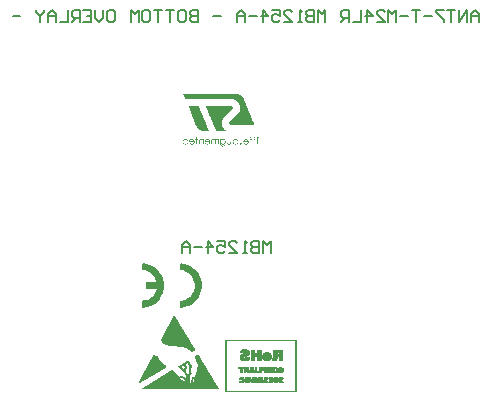
<source format=gbo>
G04 Layer_Color=65280*
%FSLAX44Y44*%
%MOMM*%
G71*
G01*
G75*
%ADD12C,0.2000*%
%ADD13C,0.1500*%
%ADD25C,0.0424*%
%ADD26C,0.0312*%
%ADD27C,0.0203*%
G36*
X108450Y222120D02*
X108450Y221544D01*
X107727Y221544D01*
X107727Y216587D01*
X108495Y216587D01*
Y216587D01*
X108495Y216026D01*
X106414Y216026D01*
Y216026D01*
X106414Y216587D01*
X107122Y216587D01*
Y216587D01*
X107122Y221544D01*
Y221544D01*
X107122Y222120D01*
X108450Y222120D01*
Y222120D01*
D02*
G37*
G36*
X105632Y220541D02*
X105632Y219966D01*
X104909Y219965D01*
X104909Y216587D01*
X105647Y216587D01*
Y216587D01*
X105647Y216026D01*
X103596Y216026D01*
Y216026D01*
X103596Y216587D01*
X104304Y216587D01*
Y216587D01*
X104304Y219965D01*
Y219966D01*
X104304Y220541D01*
X105632Y220541D01*
X105632Y220541D01*
D02*
G37*
G36*
X100778Y222193D02*
X100911Y222193D01*
X100955Y222179D01*
X101029D01*
X101073Y222164D01*
X101117Y222164D01*
X101147Y222149D01*
X101191Y222149D01*
X101221Y222134D01*
X101265Y222120D01*
X101294D01*
X101324Y222105D01*
X101368Y222090D01*
X101398Y222075D01*
X101427D01*
X101604Y221987D01*
X101634Y221957D01*
X101722Y221913D01*
X101737Y221884D01*
X101796Y221854D01*
X101855Y221795D01*
X101885Y221751D01*
X101929Y221721D01*
X101959Y221692D01*
X101978Y221662D01*
X101988Y221647D01*
X101988Y221647D01*
X101995Y221633D01*
X101995Y221633D01*
X102003Y221618D01*
X102003Y221618D01*
X102013Y221603D01*
X102022Y221588D01*
Y221588D01*
X102032Y221574D01*
X102032Y221574D01*
X102047Y221559D01*
X102047Y221559D01*
X102062Y221544D01*
X102062D01*
X102062Y221544D01*
X102067Y221529D01*
Y221529D01*
X102077Y221500D01*
X102077D01*
Y221500D01*
X102091Y221470D01*
X102101Y221456D01*
X102101Y221456D01*
X102121Y221426D01*
Y221426D01*
X102126Y221411D01*
X102136Y221382D01*
Y221382D01*
X102143Y221367D01*
X102150Y221352D01*
X102150Y221338D01*
Y221323D01*
Y221308D01*
X102155Y221293D01*
X102160Y221279D01*
X102165Y221264D01*
X102172Y221249D01*
X102180Y221234D01*
X102180Y221234D01*
X102195Y221190D01*
Y221146D01*
X102195Y221146D01*
X102199Y221131D01*
X102209Y221102D01*
Y221101D01*
Y221072D01*
Y221057D01*
X102217Y221042D01*
X102224Y221028D01*
Y220998D01*
Y220969D01*
Y220895D01*
X102239Y220851D01*
X102239Y220851D01*
Y220821D01*
Y220541D01*
X102962Y220541D01*
Y220541D01*
X102962Y219951D01*
X102239Y219951D01*
Y219951D01*
X102239Y216587D01*
X102962Y216587D01*
Y216587D01*
X102962Y216026D01*
X100896Y216026D01*
Y216026D01*
X100896Y216587D01*
X101634Y216587D01*
Y216587D01*
X101634Y219951D01*
X100896Y219951D01*
Y219951D01*
X100896Y220541D01*
X101634Y220541D01*
Y220541D01*
X101634Y220821D01*
X101619Y220851D01*
Y220851D01*
Y220895D01*
X101619Y220969D01*
X101604Y220998D01*
Y221028D01*
X101604Y221042D01*
X101597Y221057D01*
X101590Y221072D01*
Y221101D01*
X101590Y221102D01*
X101575Y221131D01*
Y221146D01*
X101575Y221146D01*
X101553Y221190D01*
X101531Y221234D01*
X101531Y221234D01*
X101516Y221249D01*
X101509Y221264D01*
X101501Y221279D01*
X101486Y221293D01*
X101479Y221308D01*
X101472Y221323D01*
X101457Y221338D01*
X101449Y221352D01*
X101442Y221367D01*
X101413Y221382D01*
Y221382D01*
X101398Y221411D01*
X101368Y221426D01*
X101368Y221426D01*
X101339Y221456D01*
X101324Y221456D01*
X101309Y221470D01*
X101280Y221500D01*
X101265Y221500D01*
X101236Y221529D01*
X101221Y221529D01*
X101206Y221544D01*
X101191Y221544D01*
X101177Y221559D01*
X101162Y221559D01*
X101132Y221574D01*
X101118Y221574D01*
X101103Y221588D01*
X101088Y221588D01*
X101059Y221603D01*
X101029D01*
X100999Y221618D01*
X100985D01*
Y221618D01*
X100970Y221633D01*
X100896Y221633D01*
X100882Y221647D01*
X100764Y221647D01*
X100763D01*
X100734Y221662D01*
Y221692D01*
Y221721D01*
Y221751D01*
Y221795D01*
X100734Y221854D01*
Y221884D01*
Y221913D01*
X100734Y221957D01*
Y221987D01*
Y222075D01*
Y222090D01*
Y222105D01*
Y222120D01*
Y222134D01*
Y222149D01*
Y222149D01*
Y222164D01*
Y222164D01*
Y222179D01*
Y222193D01*
Y222193D01*
X100734Y222208D01*
X100778Y222193D01*
D02*
G37*
G36*
X52178Y220644D02*
X52296Y220629D01*
X52414Y220600D01*
X52532Y220570D01*
X52650Y220541D01*
X52689Y220526D01*
X52768Y220497D01*
X52871Y220452D01*
X52975Y220393D01*
X53052Y220349D01*
X53130Y220305D01*
X53207Y220261D01*
X53285Y220216D01*
X53444Y220084D01*
X53462Y220069D01*
X53491Y220039D01*
X53506Y220025D01*
X53521Y220010D01*
X53580Y219951D01*
X53609Y219921D01*
X53639Y219892D01*
X53668Y219862D01*
X53712Y219818D01*
X53712D01*
X53786Y219729D01*
X53837Y219641D01*
X53845Y219626D01*
X53919Y219538D01*
X53927Y219523D01*
X53961Y219464D01*
X53995Y219405D01*
X54029Y219346D01*
X54037Y219331D01*
X54081Y219213D01*
X54119Y219125D01*
X54125Y219110D01*
X54170Y218992D01*
X54174Y218977D01*
X54199Y218888D01*
X54221Y218800D01*
X54229Y218770D01*
X54236Y218711D01*
X54247Y218623D01*
Y218623D01*
X54253Y218579D01*
X54258Y218534D01*
X54260Y218520D01*
X54265Y218475D01*
X54273Y218402D01*
Y218151D01*
X54260Y218047D01*
Y218047D01*
X54249Y217959D01*
X54240Y217885D01*
X54231Y217811D01*
X54229Y217797D01*
X54214Y217738D01*
X54192Y217649D01*
X54170Y217561D01*
X54148Y217502D01*
X54125Y217442D01*
X54081Y217339D01*
X54065Y217295D01*
X54043Y217236D01*
X54037Y217221D01*
X54003Y217162D01*
X53978Y217118D01*
X53968Y217103D01*
X53929Y217044D01*
X53919Y217029D01*
X53845Y216926D01*
X53845Y216926D01*
X53820Y216882D01*
X53795Y216838D01*
X53786Y216823D01*
X53749Y216779D01*
X53712Y216734D01*
X53683Y216705D01*
X53639Y216661D01*
X53550Y216572D01*
X53550Y216572D01*
X53532Y216557D01*
X53497Y216528D01*
X53479Y216513D01*
X53462Y216498D01*
X53373Y216410D01*
X53321Y216380D01*
X53270Y216351D01*
X53252Y216336D01*
X53181Y216277D01*
X53181D01*
X53104Y216233D01*
X53026Y216188D01*
X52975Y216159D01*
X52940Y216144D01*
X52871Y216115D01*
X52832Y216100D01*
X52753Y216070D01*
X52650Y216026D01*
X52473Y215982D01*
X52414Y215967D01*
X52178Y215938D01*
X52045Y215923D01*
X51735D01*
X51632Y215938D01*
X51455Y215967D01*
X51352Y215982D01*
X51219Y216026D01*
X51086Y216070D01*
X50998Y216100D01*
X50973Y216115D01*
X50924Y216144D01*
X50894Y216159D01*
X50835Y216188D01*
X50761Y216233D01*
X50673Y216277D01*
X50673D01*
X50599Y216336D01*
X50575Y216351D01*
X50525Y216380D01*
X50489Y216410D01*
X50378Y216498D01*
X50360Y216513D01*
X50341Y216528D01*
X50304Y216557D01*
Y216557D01*
X50281Y216587D01*
X50269Y216602D01*
X50245Y216631D01*
Y216631D01*
X50127Y216749D01*
X50112Y216764D01*
X50089Y216793D01*
X50065Y216823D01*
X50053Y216838D01*
X50036Y216867D01*
X50018Y216897D01*
X50009Y216911D01*
X49950Y216985D01*
X49928Y217029D01*
X49906Y217074D01*
X49879Y217118D01*
X49861Y217148D01*
X49854Y217162D01*
X49832Y217206D01*
X49810Y217251D01*
X49788Y217295D01*
X49743Y217383D01*
X49729Y217413D01*
X49719Y217443D01*
X49704Y217487D01*
X49689Y217531D01*
X49685Y217546D01*
X50363Y217546D01*
X50363Y217546D01*
X50363Y217531D01*
X50378Y217487D01*
X50407Y217443D01*
X50415Y217413D01*
X50422Y217383D01*
X50481Y217295D01*
X50496Y217251D01*
X50525Y217206D01*
X50570Y217162D01*
X50580Y217148D01*
X50599Y217118D01*
X50644Y217074D01*
X50673Y217029D01*
X50717Y216985D01*
X50791Y216911D01*
X50806Y216897D01*
X50850Y216867D01*
X50889Y216838D01*
X50909Y216823D01*
X50953Y216793D01*
X50993Y216764D01*
X51012Y216749D01*
X51248Y216631D01*
X51248Y216631D01*
X51322Y216602D01*
X51396Y216587D01*
X51455Y216557D01*
X51455Y216557D01*
X51603Y216528D01*
X51691Y216513D01*
X51765D01*
X51853Y216498D01*
X52016D01*
X52089Y216513D01*
X52178D01*
X52252Y216528D01*
X52340Y216557D01*
X52414Y216572D01*
X52414Y216572D01*
X52635Y216661D01*
X52709Y216705D01*
X52783Y216734D01*
X52857Y216779D01*
X52901Y216823D01*
X52916Y216838D01*
X52975Y216882D01*
X53048Y216926D01*
Y216926D01*
X53152Y217029D01*
X53166Y217044D01*
X53211Y217103D01*
X53225Y217118D01*
X53270Y217162D01*
X53305Y217221D01*
X53314Y217236D01*
X53358Y217295D01*
X53385Y217339D01*
X53447Y217442D01*
X53447D01*
X53476Y217502D01*
X53500Y217561D01*
X53535Y217649D01*
X53565Y217738D01*
X53577Y217797D01*
X53580Y217811D01*
X53609Y217885D01*
X53609Y217959D01*
X53624Y218047D01*
X49567Y218047D01*
Y218151D01*
X49566Y218402D01*
X49566Y218475D01*
X49581Y218520D01*
Y218534D01*
Y218579D01*
X49596Y218623D01*
X49596Y218667D01*
X49611Y218711D01*
X49611Y218770D01*
X49626Y218815D01*
X49655Y218903D01*
X49670Y218947D01*
Y218977D01*
X49670Y218992D01*
X49685Y219036D01*
X49704Y219065D01*
X49714Y219080D01*
X49734Y219139D01*
X49773Y219257D01*
X49802Y219301D01*
X49817Y219346D01*
X49832Y219361D01*
X49847Y219375D01*
X49861Y219420D01*
X49911Y219493D01*
X49950Y219552D01*
X49972Y219597D01*
X49980Y219611D01*
X50013Y219656D01*
X50024Y219670D01*
X50053Y219715D01*
X50098Y219774D01*
X50112Y219788D01*
X50142Y219818D01*
X50153Y219833D01*
X50186Y219877D01*
X50208Y219907D01*
X50230Y219936D01*
X50230Y219936D01*
X50270Y219965D01*
X50289Y219980D01*
X50304Y219995D01*
X50348Y220039D01*
X50363Y220054D01*
X50378Y220069D01*
X50393Y220084D01*
Y220084D01*
X50570Y220216D01*
X50629Y220261D01*
X50703Y220305D01*
X50761Y220349D01*
X50835Y220393D01*
X50983Y220452D01*
X51057Y220497D01*
X51130Y220526D01*
X51219Y220541D01*
X51293Y220570D01*
X51381Y220600D01*
X51558Y220629D01*
X51647Y220644D01*
X51735D01*
X51839Y220659D01*
X52060D01*
X52178Y220644D01*
D02*
G37*
G36*
X98034Y220526D02*
X98137Y220511D01*
X98255Y220497D01*
X98373Y220467D01*
X98442Y220438D01*
X98476Y220423D01*
X98595Y220393D01*
X98698Y220349D01*
X98775Y220305D01*
X98801Y220290D01*
X98904Y220246D01*
X98993Y220187D01*
Y220187D01*
X99075Y220128D01*
X99096Y220113D01*
X99185Y220054D01*
X99273Y219980D01*
X99288Y219965D01*
X99303Y219951D01*
X99332Y219921D01*
X99347Y219907D01*
X99376Y219877D01*
X99391Y219862D01*
X99436Y219818D01*
X99460Y219788D01*
X99485Y219759D01*
X99522Y219715D01*
X99558Y219670D01*
X99632Y219582D01*
X99657Y219552D01*
X99674Y219523D01*
X99699Y219479D01*
X99733Y219420D01*
X99767Y219361D01*
X99775Y219346D01*
X99819Y219242D01*
X99853Y219184D01*
X99878Y219139D01*
X99891Y219110D01*
X99916Y219051D01*
X99922Y219036D01*
X99937Y218977D01*
X99952Y218918D01*
X99956Y218903D01*
X99977Y218829D01*
X99981Y218815D01*
X99996Y218756D01*
X100015Y218682D01*
X100033Y218608D01*
X100041Y218579D01*
X100045Y218535D01*
X100045Y218534D01*
X100054Y218461D01*
X100055Y218446D01*
Y218018D01*
Y218018D01*
Y217974D01*
X100050Y217929D01*
X100041Y217856D01*
X100040D01*
X100018Y217767D01*
X100000Y217693D01*
X99952Y217502D01*
X99908Y217398D01*
X99844Y217251D01*
X99819Y217192D01*
X99785Y217133D01*
X99743Y217059D01*
X99701Y216985D01*
X99642Y216897D01*
X99642D01*
X99605Y216852D01*
X99568Y216808D01*
X99558Y216793D01*
X99529Y216749D01*
X99509Y216720D01*
X99465Y216675D01*
X99421Y216631D01*
X99362Y216572D01*
X99347Y216557D01*
X99312Y216528D01*
X99294Y216513D01*
X99276Y216498D01*
X99258Y216483D01*
X99241Y216469D01*
X99170Y216410D01*
X99117Y216366D01*
X99081Y216336D01*
X99056Y216321D01*
X98978Y216277D01*
X98890Y216218D01*
X98786Y216159D01*
X98752Y216144D01*
X98683Y216115D01*
X98565Y216070D01*
X98531Y216056D01*
X98462Y216026D01*
X98462D01*
X98344Y215997D01*
X98226Y215967D01*
X98122Y215952D01*
X97990Y215938D01*
X97872Y215923D01*
X97577D01*
X97488Y215938D01*
X97400Y215952D01*
X97326Y215967D01*
X97149Y215997D01*
X97075Y216026D01*
X97075D01*
X96986Y216056D01*
X96950Y216070D01*
X96839Y216115D01*
X96750Y216144D01*
X96726Y216159D01*
X96627Y216218D01*
X96529Y216277D01*
X96455Y216321D01*
X96435Y216336D01*
X96396Y216366D01*
X96322Y216410D01*
X96263Y216469D01*
X96245Y216483D01*
X96227Y216498D01*
X96190Y216528D01*
X96160Y216557D01*
X96145Y216572D01*
X96131Y216587D01*
X96101Y216616D01*
X96086Y216631D01*
X96057Y216661D01*
X96027Y216690D01*
X96013Y216705D01*
X95990Y216734D01*
X95968Y216764D01*
Y216764D01*
X95933Y216808D01*
X95909Y216838D01*
X95892Y216867D01*
X95865Y216911D01*
X95806Y216970D01*
X95771Y217029D01*
X95744Y217074D01*
X95717Y217118D01*
Y217118D01*
X95688Y217206D01*
Y217206D01*
X95653Y217265D01*
X95644Y217280D01*
X95634Y217310D01*
X95629Y217324D01*
X96278Y217325D01*
X96278Y217324D01*
X96293Y217310D01*
X96313Y217280D01*
X96322Y217265D01*
X96352Y217206D01*
Y217206D01*
X96411Y217118D01*
X96411Y217118D01*
X96455Y217074D01*
X96485Y217029D01*
X96544Y216970D01*
X96603Y216911D01*
X96647Y216867D01*
X96691Y216838D01*
X96735Y216808D01*
X96780Y216764D01*
X96780Y216764D01*
X96839Y216734D01*
X96883Y216705D01*
X96883D01*
X96927Y216690D01*
X96972Y216661D01*
X97031Y216631D01*
X97075Y216616D01*
X97134Y216587D01*
X97193Y216572D01*
X97237Y216557D01*
X97355Y216528D01*
X97473Y216498D01*
X97532D01*
X97591Y216483D01*
X97945D01*
X98019Y216498D01*
X98108Y216513D01*
X98181Y216528D01*
X98255Y216557D01*
X98344Y216572D01*
X98491Y216631D01*
X98550Y216675D01*
X98624Y216720D01*
X98698Y216749D01*
X98757Y216793D01*
X98772Y216808D01*
X98816Y216852D01*
X98890Y216897D01*
X98890D01*
X98978Y216985D01*
X99052Y217059D01*
X99096Y217133D01*
X99140Y217192D01*
X99185Y217251D01*
X99273Y217398D01*
X99315Y217502D01*
X99391Y217693D01*
X99406Y217767D01*
X99421Y217856D01*
X99436Y217929D01*
X99443Y217974D01*
X99450Y218018D01*
X95467Y218018D01*
X95467Y218446D01*
X95467Y218461D01*
X95485Y218534D01*
X95496Y218579D01*
X95499Y218608D01*
X95509Y218697D01*
X95511Y218711D01*
X95528Y218770D01*
X95540Y218815D01*
X95570Y218933D01*
X95592Y218992D01*
X95614Y219051D01*
X95620Y219065D01*
X95646Y219125D01*
X95677Y219198D01*
X95703Y219257D01*
X95770Y219375D01*
X95838Y219493D01*
X95863Y219538D01*
X95880Y219567D01*
X95899Y219597D01*
X95939Y219656D01*
X95963Y219685D01*
X96000Y219729D01*
X96013Y219744D01*
X96027Y219759D01*
X96072Y219803D01*
X96160Y219892D01*
X96175Y219907D01*
X96175D01*
X96210Y219936D01*
X96228Y219951D01*
X96246Y219965D01*
X96263Y219980D01*
X96352Y220054D01*
X96423Y220113D01*
X96440Y220128D01*
X96544Y220187D01*
Y220187D01*
X96632Y220246D01*
X96710Y220290D01*
X96735Y220305D01*
X96854Y220349D01*
X96957Y220393D01*
X97026Y220423D01*
X97060Y220438D01*
X97178Y220467D01*
X97296Y220497D01*
X97414Y220511D01*
X97532Y220526D01*
X97665Y220541D01*
X97901D01*
X98034Y220526D01*
D02*
G37*
G36*
X85257Y220541D02*
X85257Y217856D01*
Y217811D01*
Y217811D01*
X85242Y217752D01*
Y217679D01*
Y217634D01*
X85242Y217634D01*
X85231Y217590D01*
X85227Y217575D01*
Y217561D01*
Y217531D01*
X85224Y217516D01*
X85212Y217472D01*
Y217472D01*
Y217442D01*
Y217428D01*
X85205Y217398D01*
X85198Y217369D01*
X85198Y217369D01*
X85183Y217325D01*
X85183Y217325D01*
Y217295D01*
Y217265D01*
X85178Y217251D01*
X85139Y217133D01*
X85124Y217088D01*
X85094Y217000D01*
X85090Y216985D01*
X85080Y216956D01*
X85060Y216926D01*
X85050Y216911D01*
X85043Y216897D01*
X85035Y216882D01*
X85016Y216823D01*
X85011Y216808D01*
X85006Y216793D01*
X84991Y216779D01*
X84977Y216764D01*
X84977Y216764D01*
X84967Y216734D01*
X84962Y216720D01*
X84962Y216720D01*
X84932Y216690D01*
X84903Y216661D01*
X84888Y216616D01*
X84873Y216602D01*
X84858Y216587D01*
X84829Y216557D01*
X84829D01*
X84814Y216542D01*
X84807Y216528D01*
X84807D01*
X84799Y216513D01*
X84799Y216513D01*
X84799D01*
X84785Y216498D01*
Y216498D01*
X84770Y216483D01*
X84652Y216366D01*
X84608Y216336D01*
X84578Y216306D01*
X84467Y216233D01*
X84401Y216188D01*
X84357Y216174D01*
X84312Y216144D01*
X84312Y216144D01*
X84254Y216115D01*
X84254D01*
X84209Y216085D01*
X84209Y216085D01*
X84150Y216070D01*
X84150Y216070D01*
X84091Y216041D01*
X84091Y216041D01*
X84032Y216026D01*
X84032D01*
X83973Y215997D01*
X83973Y215997D01*
X83899Y215982D01*
X83840Y215967D01*
X83619Y215923D01*
X83545D01*
X83471Y215908D01*
X83221D01*
X83132Y215923D01*
X83058D01*
X82837Y215967D01*
X82778Y215982D01*
X82719Y215997D01*
X82719Y215997D01*
X82645Y216026D01*
X82645D01*
X82586Y216041D01*
Y216041D01*
X82542Y216070D01*
X82542Y216070D01*
X82483Y216085D01*
X82483Y216085D01*
X82439Y216115D01*
X82380Y216144D01*
X82380Y216144D01*
X82336Y216174D01*
X82313Y216188D01*
X82247Y216233D01*
X82173Y216306D01*
X82144Y216336D01*
X82114Y216366D01*
X81996Y216483D01*
Y216483D01*
X81989Y216498D01*
X81989D01*
X81981Y216513D01*
X81981Y216513D01*
X81967Y216528D01*
X81967Y216528D01*
X81952Y216542D01*
X81945Y216557D01*
X81937Y216572D01*
X81930Y216587D01*
Y216587D01*
X81922Y216602D01*
X81908Y216616D01*
X81893Y216645D01*
X81893Y216026D01*
X81288Y216026D01*
Y216026D01*
Y216645D01*
Y216675D01*
Y216705D01*
Y216749D01*
Y216779D01*
Y216793D01*
Y216823D01*
Y216838D01*
X81288Y216867D01*
Y216882D01*
Y216911D01*
Y216941D01*
Y216956D01*
Y216985D01*
Y217015D01*
Y217074D01*
Y217103D01*
Y217162D01*
Y217192D01*
Y217236D01*
X81288Y217265D01*
Y217354D01*
Y217383D01*
Y217472D01*
Y217531D01*
Y217575D01*
Y217693D01*
Y217738D01*
Y217811D01*
Y217929D01*
Y218003D01*
X81288Y220541D01*
X81922D01*
Y218003D01*
X81937Y217929D01*
Y217811D01*
X81952Y217738D01*
Y217693D01*
X81981Y217575D01*
Y217531D01*
X81996Y217472D01*
X82026Y217383D01*
X82040Y217354D01*
X82070Y217265D01*
X82085Y217236D01*
X82099Y217192D01*
X82129Y217162D01*
X82158Y217103D01*
X82188Y217074D01*
X82217Y217015D01*
X82247Y216985D01*
X82262Y216956D01*
X82291Y216941D01*
X82306Y216911D01*
X82335Y216882D01*
X82365Y216867D01*
X82380Y216838D01*
X82409Y216823D01*
X82424Y216793D01*
X82453Y216779D01*
X82468Y216749D01*
X82557Y216705D01*
X82571Y216675D01*
X82632Y216645D01*
X82690Y216616D01*
X82719Y216602D01*
X82749Y216587D01*
X82763Y216587D01*
X82793Y216572D01*
X82837Y216557D01*
X82867Y216542D01*
X82896D01*
X82926Y216528D01*
X82955Y216528D01*
X82985Y216513D01*
X83058Y216513D01*
X83059D01*
X83088Y216498D01*
X83191D01*
X83236Y216483D01*
X83383Y216483D01*
X83427Y216498D01*
X83545Y216498D01*
X83575Y216513D01*
X83619D01*
X83619Y216513D01*
X83649Y216528D01*
X83693D01*
X83722Y216542D01*
X83767Y216557D01*
X83796D01*
X83855Y216587D01*
X83899Y216602D01*
X83929Y216616D01*
X84017Y216661D01*
X84076Y216690D01*
X84106Y216720D01*
X84106Y216720D01*
X84135Y216734D01*
X84165Y216764D01*
X84165Y216764D01*
X84194Y216779D01*
X84202Y216793D01*
X84209Y216808D01*
X84239Y216823D01*
X84298Y216882D01*
X84312Y216897D01*
X84320Y216911D01*
X84327Y216926D01*
X84357Y216956D01*
X84372Y216985D01*
X84386Y217000D01*
X84431Y217088D01*
X84445Y217133D01*
X84504Y217251D01*
X84509Y217265D01*
X84519Y217295D01*
X84534Y217325D01*
Y217325D01*
Y217369D01*
Y217369D01*
X84549Y217398D01*
X84558Y217428D01*
X84563Y217442D01*
X84563Y217472D01*
Y217472D01*
X84578Y217516D01*
Y217531D01*
Y217561D01*
X84586Y217575D01*
X84593Y217590D01*
X84593Y217634D01*
Y217634D01*
X84608Y217679D01*
Y217752D01*
X84608Y217811D01*
Y217811D01*
X84622Y217856D01*
Y220541D01*
X85257Y220541D01*
X85257Y220541D01*
D02*
G37*
G36*
X93445Y217457D02*
X93519D01*
X93519Y217457D01*
X93563Y217442D01*
X93593D01*
X93593Y217442D01*
X93637Y217428D01*
X93681Y217413D01*
X93711Y217398D01*
X93740Y217383D01*
X93785Y217369D01*
X93785D01*
X93814Y217339D01*
X93814Y217339D01*
X93844Y217325D01*
X93844Y217325D01*
X93873Y217295D01*
X93873Y217295D01*
X93903Y217280D01*
X93903D01*
X93962Y217221D01*
X93991Y217192D01*
X94021Y217162D01*
X94036Y217133D01*
X94036Y217133D01*
X94065Y217103D01*
X94065Y217103D01*
X94080Y217059D01*
X94080Y217059D01*
X94095Y217029D01*
X94109Y217000D01*
X94109D01*
X94124Y216956D01*
X94124D01*
X94139Y216926D01*
X94154Y216882D01*
X94168Y216838D01*
X94168Y216838D01*
Y216808D01*
X94168Y216808D01*
X94183Y216764D01*
X94183Y216602D01*
X94168Y216557D01*
Y216557D01*
Y216513D01*
X94168Y216513D01*
X94153Y216483D01*
Y216483D01*
X94139Y216439D01*
X94139Y216439D01*
X94124Y216410D01*
X94124Y216410D01*
X94109Y216366D01*
X94109D01*
X94094Y216336D01*
Y216336D01*
X94080Y216292D01*
Y216292D01*
X94065Y216262D01*
X94036Y216233D01*
X94021Y216203D01*
X93991Y216174D01*
X93962Y216144D01*
X93903Y216085D01*
X93903Y216085D01*
X93873Y216070D01*
X93873Y216070D01*
X93844Y216041D01*
X93844Y216041D01*
X93814Y216026D01*
X93814D01*
X93785Y215997D01*
X93785Y215997D01*
X93741Y215982D01*
X93711Y215967D01*
X93681Y215952D01*
X93637Y215938D01*
X93593Y215923D01*
X93563D01*
X93563Y215923D01*
X93519Y215908D01*
X93475Y215908D01*
X93475Y215908D01*
X93445Y215893D01*
X93357Y215893D01*
X93357Y215893D01*
X93313Y215908D01*
X93268Y215908D01*
Y215908D01*
X93239Y215923D01*
X93195Y215923D01*
X93195D01*
X93165Y215938D01*
X93121Y215952D01*
X93091Y215967D01*
X93047Y215982D01*
X93018Y215997D01*
X93017Y215997D01*
X92973Y216026D01*
X92973D01*
X92944Y216041D01*
X92944Y216041D01*
X92914Y216070D01*
X92914Y216070D01*
X92885Y216085D01*
Y216085D01*
X92826Y216144D01*
X92811Y216174D01*
X92781Y216203D01*
X92752Y216233D01*
X92737Y216262D01*
X92722Y216292D01*
X92722Y216292D01*
X92693Y216336D01*
Y216336D01*
X92678Y216366D01*
X92663Y216410D01*
Y216410D01*
X92649Y216439D01*
Y216439D01*
X92634Y216483D01*
Y216483D01*
X92634Y216513D01*
X92634Y216513D01*
X92619Y216557D01*
Y216557D01*
Y216602D01*
Y216764D01*
Y216808D01*
Y216808D01*
X92634Y216838D01*
Y216838D01*
X92634Y216882D01*
X92649Y216926D01*
X92663Y216956D01*
X92678Y217000D01*
X92693Y217029D01*
X92722Y217059D01*
Y217059D01*
X92737Y217103D01*
Y217103D01*
X92752Y217133D01*
X92752Y217133D01*
X92781Y217162D01*
X92811Y217192D01*
X92826Y217221D01*
X92885Y217280D01*
X92914Y217295D01*
X92914Y217295D01*
X92944Y217325D01*
X92944Y217325D01*
X92973Y217339D01*
X92973Y217339D01*
X93018Y217369D01*
X93018D01*
X93047Y217383D01*
X93091Y217398D01*
X93121Y217413D01*
X93165Y217428D01*
X93195Y217442D01*
X93239Y217442D01*
X93268Y217457D01*
X93357Y217457D01*
X93357D01*
X93401Y217472D01*
X93445Y217457D01*
D02*
G37*
G36*
X13524Y115119D02*
X16049Y114377D01*
X17097Y113778D01*
X18443Y113329D01*
X20381Y111987D01*
X21571Y111244D01*
X24262Y108403D01*
X25900Y106018D01*
X27386Y102896D01*
X28279Y99021D01*
Y94248D01*
X27383Y90509D01*
X26189Y87830D01*
X24994Y86042D01*
X24697Y85448D01*
X22920Y83374D01*
X22176Y82928D01*
X20376Y81278D01*
X17237Y79484D01*
X13670Y78298D01*
X10702Y77968D01*
X9746Y78804D01*
X9625Y83766D01*
X11614Y84051D01*
X12522Y84050D01*
X14022Y84650D01*
X14485D01*
X15685Y85400D01*
X16002D01*
X16452Y85851D01*
X16752D01*
X17503Y86601D01*
X17809D01*
X18709Y87652D01*
X18864D01*
X19765Y88852D01*
X19927D01*
X20828Y90504D01*
X20994D01*
X21444Y91854D01*
X21601D01*
X22115Y93909D01*
X13374D01*
Y99359D01*
X22096D01*
X21926Y100722D01*
X20711Y103305D01*
X19651Y104667D01*
X19199Y105422D01*
X17224Y107093D01*
X15253Y108306D01*
X12221Y109368D01*
X9622Y109512D01*
Y114475D01*
X10553Y115339D01*
X13524Y115119D01*
D02*
G37*
G36*
X45493Y115119D02*
X48780Y114074D01*
X52047Y112289D01*
X53250Y111237D01*
X53845Y110939D01*
X56080Y108554D01*
X57720Y106168D01*
X59062Y103481D01*
X60099Y99767D01*
X60248Y94529D01*
X59950Y92753D01*
X58904Y89317D01*
X57712Y87088D01*
X56365Y85294D01*
X56071Y84707D01*
X55170Y83956D01*
X54894Y83403D01*
X54619D01*
X53081Y81865D01*
X50850Y80380D01*
X48461Y79188D01*
X44881Y78145D01*
X42527Y77942D01*
X41591Y78801D01*
Y83777D01*
X42080Y83899D01*
X43584D01*
X45536Y84500D01*
X46000D01*
X47351Y85250D01*
X47671D01*
X48121Y85701D01*
X48421D01*
X49022Y86301D01*
X49337D01*
X49637Y86751D01*
X49928D01*
X50828Y87802D01*
X50988D01*
X52188Y89603D01*
X52352D01*
X53402Y91854D01*
X53574D01*
X54025Y93955D01*
X54195D01*
X54350Y98445D01*
X54045Y99971D01*
X53136Y102393D01*
X51613Y104829D01*
X51164Y105129D01*
X50692Y105917D01*
X50373D01*
X49349Y106939D01*
X47224Y108306D01*
X44191Y109368D01*
X41591Y109512D01*
Y114475D01*
X42522Y115339D01*
X45493Y115119D01*
D02*
G37*
G36*
X60101Y220644D02*
X60234D01*
X60293Y220629D01*
X60293D01*
X60337Y220615D01*
X60396Y220615D01*
X60455Y220600D01*
X60514Y220585D01*
X60558Y220570D01*
X60558D01*
X60588Y220556D01*
X60617Y220541D01*
X60706Y220511D01*
X60728Y220497D01*
X60750Y220482D01*
X60794Y220467D01*
X60816Y220452D01*
X60839Y220438D01*
X60883Y220423D01*
X60905Y220408D01*
X60949Y220379D01*
X60971Y220364D01*
X60986Y220349D01*
X61001Y220334D01*
X61001Y220334D01*
X61045Y220320D01*
X61060Y220305D01*
X61075Y220290D01*
X61119Y220261D01*
X61149Y220231D01*
X61178Y220201D01*
X61207Y220172D01*
X61237Y220142D01*
X61266Y220113D01*
X61274Y220098D01*
X61281Y220084D01*
X61296Y220069D01*
X61296Y220069D01*
X61311Y220054D01*
X61318Y220039D01*
X61318Y220039D01*
X61325Y220025D01*
X61325Y220541D01*
X61975Y220541D01*
X61975Y220541D01*
Y220025D01*
Y220025D01*
Y220010D01*
Y220010D01*
Y219980D01*
Y219965D01*
Y219951D01*
Y219936D01*
Y219907D01*
Y219892D01*
Y219862D01*
Y219847D01*
Y219818D01*
Y219788D01*
Y219759D01*
Y219729D01*
X61975Y219597D01*
Y219567D01*
Y219538D01*
Y219508D01*
Y219464D01*
Y219434D01*
Y219405D01*
Y219361D01*
Y219331D01*
Y219287D01*
Y219257D01*
Y219213D01*
Y219184D01*
Y219051D01*
Y219006D01*
Y218977D01*
Y218933D01*
X61975Y218888D01*
Y218829D01*
Y218785D01*
X61975Y216012D01*
X61326Y216011D01*
Y216012D01*
X61325Y218785D01*
X61311Y218829D01*
Y218888D01*
X61296Y218933D01*
X61296Y218977D01*
X61281Y219006D01*
X61281Y219051D01*
X61237Y219184D01*
X61222Y219213D01*
X61207Y219257D01*
X61193Y219287D01*
X61178Y219331D01*
X61163Y219361D01*
X61149Y219405D01*
X61134Y219434D01*
X61104Y219464D01*
X61090Y219508D01*
X61075Y219538D01*
X61045Y219567D01*
X61031Y219597D01*
X60898Y219729D01*
X60853Y219759D01*
X60824Y219788D01*
X60780Y219818D01*
X60750Y219847D01*
X60706Y219862D01*
X60676Y219892D01*
X60632Y219907D01*
X60603Y219936D01*
X60558Y219951D01*
X60529Y219965D01*
X60485Y219980D01*
X60426Y220010D01*
X60381Y220010D01*
X60352Y220025D01*
X60322D01*
X60321Y220025D01*
X60293Y220039D01*
X60248Y220039D01*
X60219Y220054D01*
X60160D01*
X60145Y220069D01*
X59821Y220069D01*
X59821D01*
X59791Y220054D01*
X59732Y220054D01*
X59703Y220039D01*
X59673Y220039D01*
X59644Y220025D01*
X59614Y220025D01*
X59614D01*
X59570Y220010D01*
X59540D01*
X59511Y219995D01*
X59467Y219980D01*
X59437Y219965D01*
X59393Y219951D01*
X59393Y219951D01*
X59363Y219936D01*
X59319Y219907D01*
X59319D01*
X59289Y219892D01*
X59245Y219862D01*
X59245Y219862D01*
X59216Y219848D01*
X59194Y219833D01*
X59171Y219818D01*
X59142Y219788D01*
X59098Y219759D01*
X59039Y219700D01*
X59009Y219670D01*
X58980Y219656D01*
X58972Y219641D01*
X58965Y219626D01*
X58935Y219597D01*
X58921Y219567D01*
X58906Y219552D01*
X58891Y219538D01*
X58876Y219508D01*
X58867Y219493D01*
X58847Y219464D01*
X58840Y219449D01*
X58817Y219405D01*
X58812Y219390D01*
X58803Y219361D01*
X58788Y219346D01*
X58773Y219331D01*
X58758Y219301D01*
X58734Y219228D01*
X58729Y219213D01*
X58714Y219184D01*
X58714Y219184D01*
Y219139D01*
X58709Y219125D01*
X58685Y219051D01*
X58670Y219021D01*
Y218977D01*
X58660Y218947D01*
X58655Y218933D01*
X58655Y218888D01*
X58640Y218844D01*
X58640Y218829D01*
Y218785D01*
X58630Y218756D01*
X58625Y218741D01*
X58625Y218564D01*
Y218505D01*
Y216012D01*
X57976Y216011D01*
Y216012D01*
X57976Y218505D01*
X57991Y218564D01*
Y218741D01*
Y218756D01*
X57997Y218785D01*
X58006Y218829D01*
Y218844D01*
Y218888D01*
Y218933D01*
Y218947D01*
X58013Y218977D01*
X58024Y219021D01*
X58032Y219051D01*
X58050Y219125D01*
Y219139D01*
Y219184D01*
X58050Y219184D01*
X58060Y219213D01*
X58065Y219228D01*
X58083Y219301D01*
X58091Y219331D01*
X58094Y219346D01*
X58104Y219361D01*
X58124Y219390D01*
X58128Y219405D01*
X58139Y219449D01*
X58144Y219464D01*
X58153Y219493D01*
X58161Y219508D01*
X58176Y219538D01*
X58183Y219552D01*
X58188Y219567D01*
X58198Y219597D01*
X58217Y219626D01*
X58227Y219641D01*
X58231Y219656D01*
X58235Y219670D01*
X58242Y219700D01*
X58281Y219759D01*
X58301Y219788D01*
X58321Y219818D01*
X58330Y219833D01*
X58338Y219848D01*
X58345Y219862D01*
X58345Y219862D01*
X58365Y219892D01*
X58375Y219907D01*
X58404Y219936D01*
X58419Y219951D01*
Y219951D01*
X58429Y219965D01*
X58439Y219980D01*
X58449Y219995D01*
X58463Y220010D01*
X58478Y220025D01*
Y220025D01*
X58488Y220039D01*
Y220039D01*
X58498Y220054D01*
Y220054D01*
X58507Y220069D01*
X58530Y220084D01*
X58552Y220098D01*
X58562Y220113D01*
X58581Y220142D01*
X58625Y220172D01*
X58655Y220201D01*
X58699Y220231D01*
X58729Y220261D01*
X58758Y220290D01*
X58773Y220305D01*
X58795Y220320D01*
X58817Y220334D01*
X58817Y220334D01*
X58862Y220349D01*
X58884Y220364D01*
X58906Y220379D01*
X58935Y220408D01*
X58980Y220423D01*
X59002Y220438D01*
X59024Y220452D01*
X59068Y220467D01*
X59090Y220482D01*
X59112Y220497D01*
X59157Y220511D01*
X59245Y220541D01*
X59289Y220556D01*
X59348Y220570D01*
X59349D01*
X59393Y220585D01*
X59437Y220600D01*
X59496Y220615D01*
X59540D01*
X59540Y220615D01*
X59599Y220629D01*
X59644D01*
X59703Y220644D01*
X59806D01*
X59865Y220659D01*
X60042D01*
X60101Y220644D01*
D02*
G37*
G36*
X56353Y222120D02*
X56353Y220541D01*
X57283Y220541D01*
Y220541D01*
X57283Y219966D01*
X56354Y219965D01*
X56354Y219965D01*
X56353Y216012D01*
X55704Y216011D01*
Y216012D01*
X55704Y219965D01*
X54642Y219965D01*
Y219966D01*
X54642Y220541D01*
X55704Y220541D01*
Y220541D01*
X55704Y222120D01*
X56353Y222120D01*
X56353Y222120D01*
D02*
G37*
G36*
X44786Y222120D02*
X44786Y219818D01*
X44845Y219892D01*
X44869Y219921D01*
X44904Y219965D01*
X44904D01*
X44934Y219995D01*
X44963Y220025D01*
X45007Y220069D01*
X45022Y220084D01*
X45081Y220142D01*
X45136Y220187D01*
X45155Y220202D01*
X45234Y220261D01*
X45273Y220290D01*
X45322Y220320D01*
X45347Y220334D01*
X45406Y220364D01*
X45430Y220379D01*
X45480Y220408D01*
X45539Y220438D01*
X45612Y220467D01*
X45671Y220497D01*
X45730Y220511D01*
X45760Y220526D01*
X45789Y220541D01*
X45863Y220556D01*
X45922Y220570D01*
X46040Y220600D01*
X46084Y220615D01*
X46143Y220629D01*
X46203D01*
X46247Y220644D01*
X46335D01*
X46379Y220659D01*
X46660Y220659D01*
X46660Y220659D01*
X46793Y220644D01*
X46793D01*
X46926Y220629D01*
X46992Y220615D01*
X47058Y220600D01*
X47191Y220570D01*
X47235Y220556D01*
X47280Y220541D01*
X47324Y220526D01*
X47363Y220511D01*
X47403Y220497D01*
X47481Y220467D01*
X47560Y220438D01*
X47611Y220408D01*
X47663Y220379D01*
X47693Y220364D01*
X47752Y220334D01*
X47781Y220320D01*
X47833Y220290D01*
X47884Y220261D01*
X47967Y220202D01*
X47988Y220187D01*
X48041Y220142D01*
X48112Y220084D01*
X48129Y220069D01*
X48165Y220039D01*
X48180Y220025D01*
X48194Y220010D01*
X48253Y219951D01*
Y219951D01*
X48302Y219892D01*
X48339Y219848D01*
X48413Y219759D01*
X48462Y219700D01*
X48475Y219685D01*
X48506Y219641D01*
X48548Y219582D01*
X48588Y219523D01*
X48607Y219493D01*
X48624Y219464D01*
X48667Y219390D01*
X48698Y219316D01*
X48730Y219242D01*
X48755Y219184D01*
X48766Y219154D01*
X48794Y219080D01*
X48799Y219065D01*
X48831Y218992D01*
X48843Y218962D01*
X48865Y218888D01*
X48873Y218859D01*
X48880Y218800D01*
X48888Y218741D01*
X48917Y218638D01*
X48932Y218520D01*
Y218387D01*
Y218165D01*
X48922Y218077D01*
X48917Y218033D01*
X48912Y217988D01*
X48899Y217885D01*
X48888Y217797D01*
X48866Y217708D01*
X48847Y217634D01*
X48829Y217561D01*
X48823Y217546D01*
X48790Y217457D01*
X48740Y217325D01*
X48690Y217236D01*
X48647Y217162D01*
X48614Y217103D01*
X48572Y217029D01*
X48504Y216911D01*
Y216911D01*
X48455Y216852D01*
X48357Y216734D01*
X48298Y216675D01*
X48268Y216646D01*
X48256Y216631D01*
X48231Y216602D01*
X48207Y216572D01*
X48194Y216557D01*
X48194Y216557D01*
X48159Y216528D01*
X48141Y216513D01*
X48123Y216498D01*
X48106Y216483D01*
X48044Y216439D01*
X48003Y216410D01*
X47932Y216351D01*
X47914Y216336D01*
X47862Y216306D01*
X47811Y216277D01*
X47733Y216233D01*
X47604Y216159D01*
X47486Y216115D01*
X47417Y216085D01*
X47383Y216070D01*
X47304Y216041D01*
X47265Y216026D01*
X47147Y215997D01*
X47014Y215967D01*
X46896Y215938D01*
X46763Y215923D01*
X46645D01*
X46512Y215908D01*
X46453D01*
X46394Y215923D01*
X46291D01*
X46232Y215938D01*
X46173D01*
X46055Y215967D01*
X45937Y215997D01*
X45819Y216026D01*
X45760Y216041D01*
X45701Y216070D01*
X45642Y216085D01*
X45583Y216115D01*
X45494Y216159D01*
X45347Y216233D01*
X45288Y216277D01*
X45229Y216306D01*
X45199Y216336D01*
X45184Y216351D01*
X45106Y216410D01*
X45066Y216439D01*
X45022Y216483D01*
X45011Y216498D01*
X44989Y216528D01*
X44978Y216542D01*
X44958Y216557D01*
X44939Y216572D01*
X44919Y216587D01*
X44908Y216602D01*
X44875Y216646D01*
Y216646D01*
X44845Y216675D01*
X44830Y216690D01*
X44786Y216749D01*
X44786Y216026D01*
X44152Y216026D01*
Y216026D01*
Y216749D01*
Y216808D01*
Y216867D01*
Y216926D01*
Y216985D01*
Y217103D01*
Y217177D01*
Y217251D01*
Y217472D01*
Y217561D01*
Y217634D01*
Y217811D01*
Y217900D01*
Y217988D01*
Y218092D01*
Y218180D01*
Y218372D01*
Y218461D01*
Y218564D01*
Y218652D01*
Y218741D01*
Y218918D01*
Y218992D01*
Y219080D01*
Y219154D01*
Y219242D01*
Y219316D01*
Y219375D01*
Y219523D01*
Y219641D01*
Y219700D01*
Y219744D01*
Y219803D01*
Y219818D01*
Y222120D01*
X44786Y222120D01*
Y222120D01*
D02*
G37*
G36*
X65427Y220644D02*
X65560Y220629D01*
X65619Y220615D01*
X65737Y220585D01*
X65796Y220570D01*
X65796Y220570D01*
X65865Y220541D01*
X65899Y220526D01*
X66017Y220497D01*
X66052Y220482D01*
X66121Y220452D01*
X66180Y220423D01*
X66239Y220393D01*
X66265Y220379D01*
X66316Y220349D01*
X66342Y220334D01*
X66386Y220305D01*
X66431Y220275D01*
X66451Y220261D01*
X66513Y220216D01*
X66534Y220202D01*
X66622Y220142D01*
X66693Y220084D01*
X66711Y220069D01*
X66770Y220010D01*
X66799Y219980D01*
X66799Y219980D01*
X66870Y219921D01*
X66888Y219907D01*
X66900Y219892D01*
X66925Y219862D01*
X66999Y219774D01*
X67035Y219729D01*
X67099Y219641D01*
X67109Y219626D01*
X67134Y219582D01*
X67168Y219523D01*
Y219523D01*
X67207Y219464D01*
X67227Y219434D01*
X67278Y219346D01*
X67286Y219331D01*
X67308Y219272D01*
X67330Y219213D01*
X67337Y219198D01*
X67368Y219125D01*
X67375Y219110D01*
X67397Y219051D01*
X67419Y218992D01*
X67427Y218962D01*
X67449Y218888D01*
Y218888D01*
X67471Y218800D01*
X67493Y218711D01*
X67508Y218652D01*
X67511Y218623D01*
X67511Y218623D01*
Y218623D01*
X67516Y218579D01*
X67522Y218520D01*
X67522Y218520D01*
X67533Y218431D01*
X67537Y218402D01*
Y218372D01*
Y218151D01*
X67533Y218121D01*
X67528Y218077D01*
X67524Y218047D01*
Y218047D01*
X67513Y217959D01*
X67508Y217915D01*
X67485Y217811D01*
X67478Y217782D01*
X67463Y217723D01*
X67449Y217664D01*
X67444Y217649D01*
X67419Y217561D01*
X67397Y217502D01*
X67375Y217442D01*
X67368Y217428D01*
X67343Y217369D01*
X67330Y217339D01*
X67314Y217295D01*
X67292Y217236D01*
X67286Y217221D01*
X67252Y217162D01*
X67219Y217103D01*
X67168Y217015D01*
X67109Y216926D01*
X67077Y216882D01*
X67035Y216823D01*
Y216823D01*
X66962Y216734D01*
X66937Y216705D01*
X66900Y216661D01*
X66888Y216646D01*
X66835Y216602D01*
X66799Y216572D01*
X66770Y216542D01*
X66755Y216528D01*
X66740Y216513D01*
X66726Y216498D01*
X66711Y216483D01*
X66658Y216439D01*
X66622Y216410D01*
X66534Y216351D01*
X66492Y216321D01*
X66431Y216277D01*
X66353Y216233D01*
X66276Y216188D01*
X66224Y216159D01*
X66189Y216144D01*
X66086Y216100D01*
X66017Y216070D01*
X65899Y216026D01*
X65722Y215982D01*
X65663Y215967D01*
X65545Y215952D01*
X65486Y215938D01*
X65427Y215923D01*
X64985D01*
X64896Y215938D01*
X64793Y215952D01*
X64704Y215967D01*
X64616Y215982D01*
X64483Y216026D01*
X64350Y216070D01*
X64262Y216100D01*
X64173Y216144D01*
X64149Y216159D01*
X64099Y216188D01*
X64011Y216233D01*
X63937Y216277D01*
X63849Y216321D01*
X63812Y216351D01*
X63738Y216410D01*
X63701Y216439D01*
X63657Y216483D01*
X63642Y216498D01*
X63568Y216557D01*
X63568Y216557D01*
X63539Y216587D01*
X63524Y216602D01*
X63465Y216661D01*
X63435Y216690D01*
X63388Y216749D01*
X63353Y216793D01*
X63329Y216823D01*
X63294Y216867D01*
X63270Y216897D01*
X63258Y216911D01*
X63241Y216941D01*
X63214Y216985D01*
X63185Y217029D01*
X63155Y217074D01*
X63128Y217118D01*
X63111Y217148D01*
X63103Y217162D01*
X63022Y217325D01*
X63017Y217339D01*
X63003Y217383D01*
X62993Y217413D01*
X62985Y217428D01*
X62963Y217472D01*
X62948Y217502D01*
X62939Y217531D01*
X62934Y217546D01*
X63612Y217546D01*
X63612Y217546D01*
X63627Y217531D01*
X63635Y217502D01*
X63642Y217472D01*
X63657Y217428D01*
X63667Y217413D01*
X63686Y217383D01*
X63701Y217339D01*
X63711Y217325D01*
X63819Y217162D01*
X63834Y217148D01*
X63863Y217118D01*
X63893Y217074D01*
X63937Y217029D01*
X63966Y216985D01*
X64011Y216941D01*
X64050Y216911D01*
X64070Y216897D01*
X64114Y216867D01*
X64158Y216823D01*
X64217Y216793D01*
X64262Y216749D01*
X64380Y216690D01*
X64453Y216661D01*
X64571Y216602D01*
X64645Y216587D01*
X64719Y216557D01*
X64719Y216557D01*
X65014Y216498D01*
X65353D01*
X65427Y216513D01*
X65516Y216528D01*
X65589Y216542D01*
X65663Y216572D01*
X65752Y216602D01*
X65862Y216646D01*
X65899Y216661D01*
X65973Y216705D01*
X66032Y216734D01*
X66180Y216823D01*
X66180Y216823D01*
X66239Y216882D01*
X66298Y216926D01*
X66386Y217015D01*
X66475Y217103D01*
X66519Y217162D01*
X66566Y217221D01*
X66578Y217236D01*
X66622Y217295D01*
X66649Y217339D01*
X66666Y217369D01*
X66696Y217428D01*
X66705Y217442D01*
X66740Y217502D01*
X66764Y217561D01*
X66799Y217649D01*
X66802Y217664D01*
X66814Y217723D01*
X66834Y217782D01*
X66844Y217811D01*
X66864Y217915D01*
X66873Y217959D01*
Y218047D01*
X62831Y218047D01*
X62831Y218077D01*
X62816Y218121D01*
Y218151D01*
X62816Y218372D01*
X62823Y218402D01*
X62831Y218431D01*
Y218520D01*
Y218520D01*
X62845Y218579D01*
Y218623D01*
Y218623D01*
X62860Y218667D01*
Y218711D01*
Y218711D01*
X62875Y218756D01*
X62875Y218815D01*
Y218815D01*
X62904Y218903D01*
X62929Y218977D01*
X62958Y219065D01*
X62983Y219139D01*
X62993Y219169D01*
X63022Y219213D01*
Y219213D01*
X63052Y219301D01*
X63081Y219331D01*
X63091Y219361D01*
X63096Y219375D01*
X63126Y219420D01*
Y219420D01*
X63140Y219464D01*
X63150Y219479D01*
X63199Y219552D01*
X63229Y219611D01*
X63273Y219656D01*
X63273Y219656D01*
X63317Y219715D01*
X63347Y219774D01*
X63391Y219818D01*
X63402Y219833D01*
X63424Y219862D01*
X63435Y219877D01*
X63475Y219907D01*
X63494Y219921D01*
X63506Y219936D01*
X63528Y219965D01*
X63539Y219980D01*
X63539Y219980D01*
X63578Y220010D01*
X63598Y220025D01*
X63620Y220054D01*
X63631Y220069D01*
X63642Y220084D01*
X63642Y220084D01*
X63721Y220142D01*
X63799Y220202D01*
X63819Y220216D01*
X63893Y220261D01*
X63912Y220275D01*
X63952Y220305D01*
X64001Y220334D01*
X64026Y220349D01*
X64099Y220379D01*
X64119Y220393D01*
X64158Y220423D01*
X64232Y220452D01*
X64321Y220482D01*
X64358Y220497D01*
X64431Y220526D01*
X64468Y220541D01*
X64557Y220570D01*
X64557Y220570D01*
X64645Y220585D01*
X64719Y220615D01*
X64808Y220629D01*
X64911Y220644D01*
X64999D01*
X65088Y220659D01*
X65309D01*
X65427Y220644D01*
D02*
G37*
G36*
X105057Y222267D02*
X105057Y221367D01*
X104452Y221367D01*
Y221367D01*
X104452Y222267D01*
X105057Y222267D01*
X105057Y222267D01*
D02*
G37*
G36*
X73173Y220659D02*
X73217Y220644D01*
X73306D01*
X73335Y220630D01*
X73380Y220629D01*
X73380D01*
X73424Y220615D01*
X73468Y220615D01*
X73513Y220600D01*
X73557Y220585D01*
X73601Y220570D01*
X73630Y220556D01*
X73719Y220526D01*
X73808Y220497D01*
X73808D01*
X73822Y220482D01*
X73837Y220467D01*
X73881Y220452D01*
X73881D01*
X73926Y220423D01*
X73926Y220423D01*
X73955Y220408D01*
X73999Y220379D01*
X74014Y220364D01*
X74029Y220349D01*
X74058Y220334D01*
X74081Y220320D01*
X74103Y220305D01*
X74117Y220290D01*
X74162Y220246D01*
X74191Y220202D01*
X74250Y220143D01*
X74279Y220099D01*
X74280Y220541D01*
X74914Y220541D01*
X74914Y220541D01*
X74914Y220099D01*
Y220069D01*
Y220054D01*
Y220039D01*
Y220025D01*
Y220010D01*
Y219980D01*
Y219965D01*
Y219936D01*
Y219907D01*
Y219877D01*
Y219847D01*
Y219833D01*
Y219774D01*
Y219759D01*
Y219729D01*
Y219670D01*
Y219641D01*
Y219611D01*
Y219523D01*
Y219508D01*
Y219479D01*
Y219464D01*
Y219434D01*
Y219420D01*
Y219390D01*
Y219375D01*
Y219346D01*
Y219331D01*
Y219301D01*
Y219272D01*
Y219257D01*
Y219228D01*
Y219198D01*
Y219169D01*
Y219139D01*
Y219080D01*
Y219051D01*
Y218977D01*
Y218947D01*
Y218844D01*
Y218800D01*
X74914Y216012D01*
X74280Y216011D01*
Y216012D01*
X74280Y218800D01*
X74265Y218844D01*
X74265Y218947D01*
X74250Y218977D01*
X74250Y219051D01*
X74235Y219080D01*
Y219139D01*
X74221Y219169D01*
Y219198D01*
X74206Y219228D01*
Y219257D01*
X74191Y219272D01*
X74191Y219301D01*
X74176Y219331D01*
X74176Y219346D01*
X74162Y219375D01*
X74147Y219390D01*
X74147Y219420D01*
X74132Y219434D01*
X74117Y219464D01*
X74117Y219479D01*
X74103Y219508D01*
X74088Y219523D01*
X74044Y219611D01*
X74014Y219641D01*
X73999Y219670D01*
X73940Y219729D01*
X73926Y219759D01*
X73896Y219774D01*
X73837Y219833D01*
X73808Y219847D01*
X73778Y219877D01*
X73719Y219907D01*
X73689Y219936D01*
X73630Y219965D01*
X73586Y219980D01*
X73527Y220010D01*
X73483Y220025D01*
X73453D01*
X73409Y220039D01*
X73380Y220054D01*
X73291D01*
X73262Y220069D01*
X72937D01*
X72893Y220054D01*
X72819Y220054D01*
X72775Y220039D01*
X72745Y220025D01*
X72701Y220025D01*
X72642Y219995D01*
X72598Y219980D01*
X72539Y219951D01*
X72509Y219936D01*
X72465Y219907D01*
X72435Y219892D01*
X72406Y219877D01*
X72376Y219848D01*
X72347Y219833D01*
X72347Y219833D01*
Y219833D01*
X72332Y219803D01*
X72303Y219774D01*
X72273Y219759D01*
X72244Y219729D01*
X72229Y219700D01*
X72229Y219700D01*
X72199Y219670D01*
X72170Y219641D01*
X72170D01*
X72155Y219611D01*
X72140Y219582D01*
X72140Y219582D01*
X72111Y219552D01*
X72096Y219523D01*
X72096D01*
Y219508D01*
X72096Y219508D01*
X72081Y219479D01*
X72081Y219479D01*
X72067Y219464D01*
Y219464D01*
X72067Y219434D01*
X72066Y219434D01*
X72052Y219420D01*
X72052Y219420D01*
X72037Y219390D01*
X72037Y219390D01*
Y219375D01*
Y219375D01*
X72022Y219346D01*
X72022Y219346D01*
X72008Y219331D01*
Y219331D01*
X72008Y219302D01*
X72007Y219301D01*
X71993Y219272D01*
Y219272D01*
Y219257D01*
X71985Y219242D01*
X71978Y219228D01*
Y219228D01*
Y219198D01*
X71978Y219198D01*
X71963Y219169D01*
X71963Y219169D01*
Y219139D01*
X71963Y219139D01*
X71948Y219110D01*
X71948Y219080D01*
Y219051D01*
X71948Y219051D01*
X71934Y219021D01*
X71934Y218977D01*
Y218948D01*
X71934Y218947D01*
X71919Y218918D01*
Y218756D01*
Y218726D01*
Y216012D01*
X71285Y216011D01*
Y216012D01*
X71285Y218726D01*
X71270Y218756D01*
Y218918D01*
X71270Y218947D01*
Y218948D01*
X71255Y218977D01*
Y219021D01*
Y219051D01*
X71255Y219051D01*
X71240Y219080D01*
Y219110D01*
X71240Y219139D01*
Y219139D01*
X71226Y219169D01*
Y219169D01*
X71226Y219198D01*
Y219198D01*
X71211Y219228D01*
Y219228D01*
Y219242D01*
X71203Y219257D01*
X71196Y219272D01*
Y219272D01*
X71196Y219301D01*
X71196Y219302D01*
X71181Y219331D01*
X71181Y219331D01*
X71167Y219346D01*
Y219346D01*
X71167Y219375D01*
X71167Y219375D01*
X71152Y219390D01*
X71152Y219390D01*
X71137Y219420D01*
Y219420D01*
X71137Y219434D01*
X71137Y219434D01*
X71122Y219464D01*
X71122Y219464D01*
X71108Y219479D01*
Y219479D01*
Y219508D01*
X71108Y219508D01*
X71093Y219523D01*
X71078Y219552D01*
X71063Y219582D01*
X71063Y219582D01*
X71034Y219611D01*
X71019Y219641D01*
X70989Y219670D01*
X70975Y219700D01*
X70975Y219700D01*
X70945Y219729D01*
X70916Y219759D01*
X70901Y219774D01*
X70871Y219803D01*
X70842Y219833D01*
X70842Y219833D01*
X70841Y219833D01*
X70813Y219847D01*
X70783Y219877D01*
X70753Y219892D01*
X70724Y219907D01*
X70694Y219936D01*
X70665Y219951D01*
X70621Y219965D01*
X70562Y219995D01*
X70517Y220010D01*
X70517D01*
X70488Y220025D01*
X70444D01*
X70414Y220039D01*
X70370Y220054D01*
X70296D01*
X70267Y220069D01*
X69927D01*
X69898Y220054D01*
X69824Y220054D01*
X69780Y220039D01*
X69750Y220025D01*
X69706Y220025D01*
X69676Y220010D01*
X69632Y219995D01*
X69544Y219951D01*
X69499Y219936D01*
X69470Y219907D01*
X69411Y219877D01*
X69381Y219848D01*
X69352Y219833D01*
X69293Y219774D01*
X69219Y219700D01*
X69212Y219685D01*
X69204Y219670D01*
X69175Y219641D01*
X69160Y219611D01*
X69131Y219582D01*
X69101Y219523D01*
X69086Y219508D01*
X69086Y219479D01*
X69086Y219479D01*
X69071Y219464D01*
X69057Y219434D01*
X69057Y219420D01*
X69042Y219390D01*
X69027Y219375D01*
X69027Y219346D01*
X69012Y219331D01*
X68998Y219302D01*
Y219272D01*
X68983Y219243D01*
X68983Y219242D01*
Y219228D01*
X68968Y219198D01*
Y219139D01*
X68953Y219110D01*
Y219110D01*
Y219080D01*
X68939Y219051D01*
X68939Y218977D01*
X68939Y218977D01*
X68924Y218948D01*
X68924Y218844D01*
Y218726D01*
X68914Y218697D01*
X68909Y218682D01*
X68909Y216012D01*
X68275Y216011D01*
Y216012D01*
X68275Y218682D01*
Y218697D01*
X68278Y218726D01*
X68289Y218844D01*
Y218948D01*
Y218977D01*
Y218977D01*
X68298Y219051D01*
X68301Y219080D01*
X68304Y219110D01*
Y219110D01*
X68311Y219139D01*
X68324Y219198D01*
X68330Y219228D01*
X68334Y219242D01*
Y219243D01*
X68341Y219272D01*
X68348Y219302D01*
X68356Y219331D01*
X68360Y219346D01*
X68367Y219375D01*
X68371Y219390D01*
X68378Y219420D01*
X68382Y219434D01*
X68389Y219464D01*
X68393Y219479D01*
Y219479D01*
X68405Y219508D01*
X68412Y219523D01*
X68437Y219582D01*
X68450Y219611D01*
X68462Y219641D01*
X68475Y219670D01*
X68481Y219685D01*
X68489Y219700D01*
X68526Y219774D01*
X68565Y219833D01*
X68575Y219848D01*
X68594Y219877D01*
X68614Y219907D01*
X68634Y219936D01*
X68644Y219951D01*
X68679Y219995D01*
X68691Y220010D01*
X68703Y220025D01*
Y220025D01*
X68714Y220039D01*
X68726Y220054D01*
X68726Y220054D01*
X68738Y220069D01*
X68762Y220098D01*
X68835Y220157D01*
X68871Y220202D01*
X68894Y220231D01*
X68968Y220290D01*
Y220290D01*
X69017Y220320D01*
X69091Y220364D01*
X69140Y220393D01*
X69190Y220423D01*
X69278Y220467D01*
X69315Y220482D01*
X69352Y220497D01*
X69426Y220526D01*
X69426Y220526D01*
X69470Y220541D01*
X69514Y220556D01*
X69514Y220556D01*
X69588Y220585D01*
X69588Y220585D01*
X69662Y220600D01*
X69735Y220615D01*
X69809Y220629D01*
X69883Y220644D01*
X69957D01*
X70030Y220659D01*
X70178D01*
X70222Y220644D01*
X70311D01*
X70370Y220629D01*
X70414D01*
X70458Y220615D01*
X70517Y220600D01*
X70562Y220585D01*
X70562Y220585D01*
X70680Y220556D01*
X70680Y220556D01*
X70724Y220541D01*
X70783Y220526D01*
X70783Y220526D01*
X70842Y220497D01*
X70886Y220482D01*
X70916Y220467D01*
X71004Y220423D01*
X71048Y220393D01*
X71108Y220364D01*
X71152Y220320D01*
X71211Y220290D01*
X71211Y220290D01*
X71270Y220231D01*
X71299Y220202D01*
X71358Y220157D01*
X71417Y220098D01*
X71447Y220069D01*
X71447D01*
X71454Y220054D01*
X71462Y220039D01*
X71469Y220025D01*
X71476Y220010D01*
X71476D01*
X71487Y219995D01*
X71510Y219965D01*
X71521Y219951D01*
X71532Y219936D01*
X71554Y219907D01*
X71565Y219892D01*
X71572Y219877D01*
X71587Y219847D01*
X71594Y219833D01*
X71605Y219848D01*
X71628Y219877D01*
X71639Y219892D01*
X71646Y219907D01*
X71661Y219936D01*
X71668Y219951D01*
X71690Y219980D01*
X71701Y219995D01*
X71723Y220025D01*
X71724Y220025D01*
X71735Y220039D01*
X71746Y220054D01*
X71746Y220054D01*
X71757Y220069D01*
X71787Y220099D01*
X71831Y220143D01*
X71890Y220202D01*
X71934Y220246D01*
X71978Y220290D01*
X72008Y220305D01*
X72037Y220320D01*
X72052Y220334D01*
X72067Y220349D01*
X72081Y220364D01*
X72111Y220379D01*
X72170Y220408D01*
X72199Y220423D01*
X72199Y220423D01*
X72244Y220452D01*
X72244D01*
X72273Y220467D01*
X72303Y220482D01*
X72362Y220497D01*
X72362D01*
X72406Y220526D01*
X72524Y220556D01*
X72524D01*
X72568Y220570D01*
X72627Y220585D01*
X72671Y220600D01*
X72730Y220615D01*
X72730Y220615D01*
X72775Y220629D01*
X72834D01*
X72834Y220630D01*
X72878Y220644D01*
X72967D01*
X73011Y220659D01*
X73173Y220659D01*
X73173Y220659D01*
D02*
G37*
G36*
X88990D02*
X89137Y220644D01*
X89137D01*
X89270Y220629D01*
X89668Y220541D01*
X89786Y220497D01*
X89816Y220482D01*
X89875Y220452D01*
X89904Y220438D01*
X90008Y220393D01*
X90067Y220364D01*
X90126Y220334D01*
X90146Y220320D01*
X90229Y220261D01*
X90317Y220187D01*
X90317Y220187D01*
X90400Y220128D01*
X90421Y220113D01*
X90456Y220084D01*
X90474Y220069D01*
X90509Y220039D01*
X90539Y220010D01*
X90568Y219980D01*
X90583Y219965D01*
X90627Y219921D01*
X90657Y219892D01*
X90672Y219877D01*
X90745Y219788D01*
X90766Y219759D01*
X90809Y219700D01*
X90819Y219685D01*
X90844Y219656D01*
X90893Y219597D01*
Y219597D01*
X90935Y219523D01*
X90969Y219464D01*
X91011Y219390D01*
X91042Y219316D01*
X91106Y219169D01*
X91144Y219080D01*
X91144D01*
X91166Y218992D01*
X91173Y218962D01*
X91190Y218903D01*
X91203Y218859D01*
X91217Y218800D01*
X91232Y218741D01*
X91236Y218711D01*
X91247Y218638D01*
X91251Y218608D01*
X91262Y218520D01*
X91266Y218490D01*
X91277Y218416D01*
Y218387D01*
Y218180D01*
Y218165D01*
X91265Y218077D01*
X91262Y218047D01*
X91255Y217988D01*
X91247Y217915D01*
X91245Y217900D01*
X91232Y217797D01*
X91214Y217723D01*
X91203Y217679D01*
X91186Y217634D01*
X91159Y217561D01*
X91155Y217546D01*
X91136Y217472D01*
X91129Y217442D01*
X91104Y217383D01*
X91085Y217339D01*
X91033Y217236D01*
X91026Y217221D01*
X90992Y217162D01*
X90958Y217103D01*
X90916Y217029D01*
X90908Y217015D01*
X90849Y216926D01*
X90838Y216911D01*
X90806Y216867D01*
X90775Y216823D01*
X90763Y216808D01*
X90701Y216734D01*
X90642Y216675D01*
X90612Y216646D01*
X90568Y216602D01*
X90539Y216572D01*
X90524Y216557D01*
X90494Y216528D01*
X90480Y216513D01*
X90465Y216498D01*
X90450Y216483D01*
X90388Y216439D01*
X90347Y216410D01*
X90325Y216395D01*
X90258Y216351D01*
X90238Y216336D01*
X90176Y216292D01*
X90155Y216277D01*
X90129Y216262D01*
X89974Y216174D01*
X89949Y216159D01*
X89909Y216144D01*
X89831Y216115D01*
X89752Y216085D01*
X89712Y216070D01*
X89644Y216041D01*
X89609Y216026D01*
X89609D01*
X89476Y215997D01*
X89417Y215982D01*
X89359Y215967D01*
X89358D01*
X89240Y215952D01*
X89240D01*
X89108Y215938D01*
X89108D01*
X88990Y215923D01*
X88650D01*
X88606Y215938D01*
X88547D01*
X88503Y215952D01*
X88444D01*
X88385Y215967D01*
X88385D01*
X88340Y215982D01*
X88281Y215997D01*
X88163Y216026D01*
X88163D01*
X88090Y216041D01*
X88031Y216070D01*
X87972Y216085D01*
X87913Y216115D01*
X87839Y216144D01*
X87809Y216159D01*
X87780Y216174D01*
X87662Y216262D01*
X87625Y216277D01*
X87588Y216292D01*
X87529Y216336D01*
X87514Y216351D01*
X87470Y216395D01*
X87450Y216410D01*
X87411Y216439D01*
X87367Y216483D01*
X87352Y216498D01*
X87337Y216513D01*
X87322Y216528D01*
X87234Y216616D01*
Y216616D01*
X87216Y216646D01*
X87198Y216675D01*
X87190Y216690D01*
X87131Y216763D01*
X87131Y216026D01*
X86496Y216026D01*
Y216026D01*
X86496Y216763D01*
Y216764D01*
Y216823D01*
X86496Y216867D01*
Y216926D01*
Y216985D01*
Y217103D01*
Y217177D01*
Y217251D01*
Y217472D01*
Y217561D01*
Y217649D01*
Y217723D01*
Y217900D01*
Y218003D01*
Y218092D01*
Y218180D01*
Y218372D01*
Y218475D01*
X86496Y218564D01*
Y218652D01*
Y218741D01*
X86496Y219007D01*
Y219080D01*
Y219169D01*
Y219316D01*
Y219390D01*
Y219449D01*
Y219523D01*
Y219641D01*
Y219759D01*
Y219803D01*
Y219818D01*
X86496Y220541D01*
X87131D01*
Y219818D01*
X87154Y219848D01*
X87190Y219892D01*
X87223Y219936D01*
X87234Y219951D01*
X87246Y219965D01*
X87269Y219995D01*
X87293Y220025D01*
X87352Y220084D01*
Y220084D01*
X87391Y220113D01*
X87411Y220128D01*
X87470Y220187D01*
X87470Y220187D01*
X87568Y220261D01*
X87647Y220320D01*
X87672Y220334D01*
X87721Y220364D01*
X87780Y220393D01*
X87868Y220438D01*
X87898Y220452D01*
X87972Y220482D01*
X88001Y220497D01*
X88090Y220541D01*
X88444Y220629D01*
X88503D01*
X88547Y220644D01*
X88650D01*
X88694Y220659D01*
X88990Y220659D01*
X88990Y220659D01*
D02*
G37*
G36*
X88725Y258990D02*
X89049Y258976D01*
X89049D01*
X89358Y258961D01*
X89359D01*
X89514Y258946D01*
X89668Y258931D01*
X89772Y258916D01*
X89772Y258916D01*
X89875Y258902D01*
X90288Y258843D01*
X90288Y258843D01*
X90406Y258813D01*
X90583Y258769D01*
X90701Y258739D01*
X90760Y258725D01*
X90878Y258695D01*
X90878Y258695D01*
X90927Y258680D01*
X91026Y258651D01*
X91173Y258607D01*
X91220Y258592D01*
X91313Y258562D01*
X91454Y258518D01*
X91454Y258518D01*
X91489Y258503D01*
X91664Y258430D01*
X91699Y258415D01*
X91734Y258400D01*
X91814Y258371D01*
X91814Y258370D01*
X92014Y258297D01*
X92295Y258164D01*
X92560Y258031D01*
X92811Y257884D01*
X93313Y257559D01*
X93549Y257397D01*
X94021Y257013D01*
X94242Y256821D01*
X94655Y256408D01*
X95039Y255966D01*
X95216Y255730D01*
X95393Y255479D01*
X95555Y255243D01*
X95703Y254992D01*
X95850Y254726D01*
X95865Y254697D01*
X95880Y254667D01*
X95887Y254653D01*
X95895Y254638D01*
X95902Y254623D01*
X95909Y254608D01*
X95932Y254564D01*
X95939Y254549D01*
X95961Y254505D01*
Y254505D01*
X95983Y254461D01*
X95983Y254461D01*
X95990Y254446D01*
X95996Y254431D01*
X95996Y254431D01*
X96003Y254417D01*
X96003Y254416D01*
X96009Y254402D01*
X96009Y254402D01*
X96016Y254387D01*
X96029Y254357D01*
X96062Y254284D01*
X96101Y254195D01*
X96119Y254151D01*
X96187Y253989D01*
X96279Y253767D01*
X96383Y253517D01*
X96505Y253221D01*
X96640Y252897D01*
X96787Y252543D01*
X96953Y252144D01*
X97124Y251731D01*
X97308Y251289D01*
X97498Y250831D01*
X97694Y250359D01*
X97902Y249857D01*
X98111Y249356D01*
X98325Y248839D01*
X98546Y248308D01*
X98766Y247777D01*
X98987Y247246D01*
X99207Y246715D01*
X99428Y246184D01*
X99642Y245667D01*
X99857Y245151D01*
X100065Y244649D01*
X100267Y244162D01*
X100463Y243690D01*
X100647Y243248D01*
X100825Y242820D01*
X100996Y242407D01*
X101149Y242038D01*
X103955Y235280D01*
X103998Y235177D01*
X104041Y235074D01*
X104090Y234956D01*
X104133Y234853D01*
X104176Y234749D01*
X104225Y234631D01*
X104268Y234528D01*
X104311Y234425D01*
X104354Y234321D01*
X104403Y234203D01*
X104445Y234100D01*
X104488Y233997D01*
X104525Y233908D01*
X104568Y233805D01*
X104605Y233716D01*
X104703Y233480D01*
X104703Y233466D01*
X104717Y233466D01*
X104717Y233451D01*
X104718Y233421D01*
X104732Y233407D01*
Y233377D01*
Y233288D01*
Y233230D01*
Y233215D01*
X104718Y233185D01*
Y233171D01*
X104703Y233156D01*
Y233156D01*
X104703Y233126D01*
X104688Y233111D01*
X104681Y233097D01*
X104673Y233082D01*
Y233067D01*
X104658Y233052D01*
X104644Y233038D01*
X104629Y233008D01*
X104614Y232993D01*
X104585Y232964D01*
X104555Y232949D01*
X104541Y232934D01*
X104526Y232934D01*
X104511Y232920D01*
X104511Y232920D01*
X104481Y232905D01*
X104467Y232890D01*
X104437D01*
X104423Y232875D01*
X104393Y232875D01*
X104378Y232861D01*
X84490Y232861D01*
X84489Y232861D01*
X84357Y232875D01*
X84356Y232875D01*
X84239Y232890D01*
X84239D01*
X84180Y232905D01*
X84121Y232920D01*
X84121Y232920D01*
X84081Y232934D01*
X84081Y232934D01*
X84042Y232949D01*
X84003Y232964D01*
X84003D01*
X83899Y232993D01*
X83874Y233008D01*
X83822Y233038D01*
X83796Y233052D01*
X83766Y233067D01*
X83737Y233082D01*
X83708Y233097D01*
X83686Y233111D01*
X83663Y233126D01*
X83619Y233156D01*
Y233156D01*
X83604Y233171D01*
X83589Y233185D01*
X83560Y233215D01*
X83545Y233230D01*
X83471Y233288D01*
X83398Y233377D01*
X83374Y233407D01*
X83362Y233421D01*
X83339Y233451D01*
X83331Y233466D01*
X83331Y233466D01*
X83324Y233480D01*
X83206Y233716D01*
X83176Y233805D01*
X83162Y233908D01*
X83147Y233997D01*
X83132Y234100D01*
X83147Y234203D01*
X83162Y234321D01*
X83176Y234425D01*
X83206Y234528D01*
X83250Y234631D01*
X83294Y234749D01*
X83354Y234853D01*
X83427Y234956D01*
X83516Y235074D01*
X83604Y235177D01*
X83693Y235280D01*
X90922Y242038D01*
X91277Y242407D01*
X91586Y242820D01*
X91867Y243248D01*
X92118Y243690D01*
X92339Y244162D01*
X92516Y244649D01*
X92649Y245151D01*
X92767Y245667D01*
X92840Y246184D01*
X92870Y246715D01*
Y247246D01*
X92840Y247777D01*
X92781Y248308D01*
X92663Y248839D01*
X92531Y249356D01*
X92353Y249857D01*
X92132Y250359D01*
X91881Y250831D01*
X91601Y251289D01*
X91277Y251731D01*
X90908Y252144D01*
X90509Y252543D01*
X90081Y252897D01*
X89594Y253221D01*
X89093Y253517D01*
X88532Y253767D01*
X87942Y253989D01*
X87322Y254151D01*
X87101Y254195D01*
X86658Y254284D01*
X85950Y254357D01*
X85212Y254387D01*
X46630D01*
X46616Y254402D01*
X46571Y254402D01*
X46557Y254416D01*
X46542Y254417D01*
X46527Y254431D01*
X46512Y254431D01*
X46498Y254446D01*
X46483D01*
X46468Y254461D01*
X46453Y254461D01*
X46409Y254505D01*
X46394Y254505D01*
X46350Y254549D01*
X46350Y254564D01*
X46306Y254608D01*
Y254623D01*
X46291Y254638D01*
X46291Y254653D01*
X46276Y254667D01*
X46276Y254697D01*
X46264Y254726D01*
X46154Y254992D01*
X46051Y255243D01*
X45953Y255479D01*
X45849Y255730D01*
X45751Y255966D01*
X45568Y256408D01*
X45397Y256821D01*
X45318Y257013D01*
X45159Y257397D01*
X45092Y257559D01*
X44958Y257884D01*
X44897Y258031D01*
X44842Y258164D01*
X44787Y258297D01*
X44757Y258370D01*
X44742Y258371D01*
X44742Y258400D01*
X44742Y258415D01*
X44727Y258430D01*
X44727Y258503D01*
X44712Y258518D01*
Y258518D01*
X44712Y258562D01*
X44727Y258592D01*
Y258607D01*
Y258651D01*
X44742Y258680D01*
X44742Y258695D01*
Y258695D01*
X44757Y258725D01*
X44771Y258739D01*
X44771Y258769D01*
X44816Y258813D01*
X44830Y258843D01*
X44830Y258843D01*
X44889Y258902D01*
X44919Y258916D01*
X44934Y258916D01*
X44948Y258931D01*
X44963Y258946D01*
X44993Y258961D01*
X45007D01*
X45037Y258976D01*
X45081D01*
X45096Y258990D01*
X88724Y258990D01*
X88725Y258990D01*
D02*
G37*
G36*
X85463Y248456D02*
X85567Y248441D01*
X85567Y248441D01*
X85685Y248426D01*
X85685Y248426D01*
X85788Y248412D01*
X85840Y248397D01*
X85840Y248397D01*
X85943Y248367D01*
X85995Y248353D01*
X85995Y248353D01*
X86098Y248308D01*
X86164Y248264D01*
X86186Y248249D01*
X86216Y248235D01*
X86245Y248220D01*
X86275Y248205D01*
X86275Y248205D01*
X86310Y248176D01*
X86328Y248161D01*
X86346Y248146D01*
X86363Y248131D01*
X86385Y248116D01*
X86452Y248072D01*
X86481Y248043D01*
X86496Y248028D01*
X86555Y247969D01*
X86555Y247969D01*
X86599Y247925D01*
X86636Y247880D01*
X86636Y247880D01*
X86673Y247836D01*
X86673Y247836D01*
X86732Y247748D01*
X86821Y247570D01*
X86865Y247467D01*
X86924Y247261D01*
X86939Y247157D01*
Y246936D01*
X86924Y246833D01*
X86895Y246715D01*
X86865Y246611D01*
X86806Y246493D01*
X86747Y246390D01*
X86688Y246272D01*
X86599Y246169D01*
X86496Y246051D01*
X86393Y245948D01*
X79473Y239500D01*
X79458Y239485D01*
X79429Y239471D01*
X79399Y239426D01*
X79340Y239367D01*
X79267Y239308D01*
X79193Y239220D01*
X79016Y239013D01*
X78913Y238880D01*
X78794Y238748D01*
X78691Y238585D01*
X78558Y238423D01*
X78440Y238246D01*
X78322Y238054D01*
X78204Y237848D01*
X78071Y237641D01*
X77954Y237405D01*
X77850Y237169D01*
X77732Y236918D01*
X77629Y236667D01*
X77540Y236402D01*
X77452Y236121D01*
X77304Y235531D01*
X77245Y235221D01*
X77216Y234911D01*
X77186Y234587D01*
X77172Y234262D01*
X77186Y233923D01*
X77216Y233569D01*
X77260Y233215D01*
X77319Y232905D01*
X77393Y232595D01*
X77467Y232300D01*
X77644Y231739D01*
X77850Y231208D01*
X77968Y230943D01*
X78101Y230707D01*
X78234Y230456D01*
X78367Y230234D01*
X78499Y229998D01*
X78647Y229792D01*
X78809Y229585D01*
X78957Y229379D01*
X79281Y228995D01*
X79444Y228818D01*
X79621Y228656D01*
X79783Y228493D01*
X79960Y228346D01*
X80122Y228198D01*
X80299Y228065D01*
X80462Y227933D01*
X80639Y227815D01*
X80700Y227770D01*
X80760Y227726D01*
X80801Y227697D01*
X80826Y227682D01*
X80877Y227652D01*
X80953Y227608D01*
X80978Y227593D01*
X81025Y227564D01*
X81071Y227534D01*
X81140Y227490D01*
X81140Y227490D01*
X81303Y227402D01*
X81400Y227357D01*
X81465Y227328D01*
X81497Y227313D01*
X81562Y227283D01*
X81627Y227254D01*
X81627Y227254D01*
X81627Y227239D01*
X81657Y227239D01*
X81657Y227225D01*
X81671Y227225D01*
X81671Y227210D01*
X81671Y227195D01*
X81686Y227195D01*
X81686Y227180D01*
X81686Y227166D01*
X81686Y227136D01*
X81686Y227092D01*
X81672Y227092D01*
X81671Y227077D01*
X81657Y227077D01*
X81657Y227062D01*
X81642Y227062D01*
X81642Y227062D01*
X81642Y227048D01*
X81613Y227048D01*
X81613Y227033D01*
X73409Y227033D01*
X73409Y227033D01*
X73350Y227048D01*
X73306D01*
X73306Y227048D01*
X73262Y227062D01*
X73217Y227062D01*
X73217Y227062D01*
X73173Y227077D01*
X73173Y227077D01*
X73129Y227092D01*
X73128Y227092D01*
X72996Y227136D01*
X72967Y227166D01*
X72922Y227180D01*
X72900Y227195D01*
X72900Y227195D01*
X72878Y227210D01*
X72849Y227225D01*
X72848Y227225D01*
X72826Y227239D01*
X72826Y227239D01*
X72804Y227254D01*
X72804Y227254D01*
X72775Y227283D01*
X72730Y227313D01*
X72701Y227328D01*
X72671Y227357D01*
X72642Y227402D01*
X72553Y227490D01*
Y227490D01*
X72524Y227534D01*
X72494Y227564D01*
X72475Y227593D01*
X72465Y227608D01*
X72450Y227652D01*
X72435Y227682D01*
X72426Y227697D01*
X72406Y227726D01*
X72391Y227770D01*
X72373Y227815D01*
X72324Y227933D01*
X72269Y228065D01*
X72214Y228198D01*
X72153Y228346D01*
X72091Y228493D01*
X72024Y228656D01*
X71957Y228818D01*
X71883Y228995D01*
X71724Y229379D01*
X71638Y229585D01*
X71553Y229792D01*
X71467Y229998D01*
X71369Y230234D01*
X71278Y230456D01*
X71174Y230707D01*
X71076Y230943D01*
X70965Y231208D01*
X70745Y231739D01*
X70513Y232300D01*
X70390Y232595D01*
X70262Y232905D01*
X70133Y233215D01*
X69987Y233569D01*
X69840Y233923D01*
X69699Y234262D01*
X69564Y234587D01*
X69430Y234911D01*
X69301Y235221D01*
X69173Y235531D01*
X68928Y236121D01*
X68812Y236402D01*
X68702Y236667D01*
X68598Y236918D01*
X68494Y237169D01*
X68396Y237405D01*
X68298Y237641D01*
X68212Y237848D01*
X68127Y238054D01*
X68047Y238246D01*
X67973Y238423D01*
X67906Y238585D01*
X67839Y238748D01*
X67784Y238880D01*
X67729Y239013D01*
X67643Y239220D01*
X67606Y239308D01*
X67582Y239367D01*
X67557Y239426D01*
X67539Y239471D01*
X67533Y239485D01*
X67527Y239500D01*
X64853Y245948D01*
X64810Y246051D01*
X64761Y246169D01*
X64718Y246272D01*
X64669Y246390D01*
X64627Y246493D01*
X64578Y246611D01*
X64535Y246715D01*
X64486Y246833D01*
X64443Y246936D01*
X64351Y247157D01*
X64308Y247261D01*
X64223Y247467D01*
X64180Y247570D01*
X64106Y247748D01*
X64070Y247836D01*
Y247836D01*
X64070Y247880D01*
X64055Y247880D01*
X64055Y247925D01*
X64055Y247969D01*
X64040Y247969D01*
X64040Y248028D01*
X64055Y248043D01*
Y248072D01*
X64055Y248116D01*
X64062Y248131D01*
X64070Y248146D01*
X64070Y248161D01*
X64085Y248176D01*
X64099Y248205D01*
Y248205D01*
Y248220D01*
X64114Y248235D01*
X64121Y248249D01*
X64129Y248264D01*
X64173Y248308D01*
X64217Y248353D01*
X64217Y248353D01*
X64247Y248367D01*
X64276Y248397D01*
X64306Y248397D01*
X64321Y248412D01*
X64335Y248426D01*
X64365Y248426D01*
X64380Y248441D01*
X64453Y248441D01*
X64483Y248456D01*
X85463Y248456D01*
X85463Y248456D01*
D02*
G37*
G36*
X49513D02*
X56899Y248441D01*
X57047D01*
X57047Y248441D01*
X57091Y248426D01*
X57135Y248426D01*
X57135Y248426D01*
X57180Y248412D01*
X57239Y248397D01*
X57239D01*
X57239Y248397D01*
X57268Y248382D01*
X57312Y248367D01*
X57357Y248353D01*
X57445Y248323D01*
X57489Y248293D01*
X57519Y248279D01*
X57541Y248264D01*
X57563Y248249D01*
X57578Y248235D01*
X57593Y248220D01*
X57593Y248220D01*
X57637Y248205D01*
X57637Y248205D01*
X57667Y248175D01*
X57681Y248161D01*
X57696Y248146D01*
X57696Y248146D01*
X57740Y248116D01*
X57740Y248116D01*
X57755Y248102D01*
X57770Y248087D01*
X57799Y248043D01*
X57858Y247984D01*
X57888Y247939D01*
X57903Y247910D01*
X57912Y247895D01*
X57913Y247895D01*
X57932Y247866D01*
X57940Y247851D01*
X57947Y247836D01*
X57947Y247836D01*
X57976Y247792D01*
X58006Y247703D01*
X64537Y231946D01*
X64653Y231666D01*
X64763Y231400D01*
X64983Y230869D01*
X65087Y230618D01*
X65185Y230382D01*
X65289Y230131D01*
X65472Y229688D01*
X65564Y229467D01*
X65735Y229054D01*
X65894Y228671D01*
X65967Y228493D01*
X66102Y228169D01*
X66163Y228021D01*
X66218Y227889D01*
X66273Y227756D01*
X66298Y227697D01*
X66298Y227682D01*
X66312Y227682D01*
X66312Y227638D01*
X66327Y227638D01*
X66327Y227593D01*
X66342Y227593D01*
X66342Y227520D01*
X66342Y227431D01*
X66342Y227387D01*
X66327Y227372D01*
X66327Y227343D01*
X66327Y227343D01*
X66312Y227328D01*
X66312Y227313D01*
X66298Y227284D01*
X66283Y227269D01*
X66283Y227254D01*
X66283Y227254D01*
X66268Y227225D01*
X66239Y227195D01*
X66194Y227151D01*
X66165Y227136D01*
X66165D01*
X66121Y227092D01*
Y227092D01*
X66091Y227077D01*
X66076D01*
X66047Y227062D01*
X66032Y227062D01*
X66017Y227048D01*
X65958Y227048D01*
X65944Y227033D01*
X63140Y227033D01*
X63140Y227033D01*
X62816Y227048D01*
X62815Y227048D01*
X62491Y227062D01*
X62491Y227062D01*
X62336Y227077D01*
X62336D01*
X62181Y227092D01*
X62181Y227092D01*
X61857Y227136D01*
X61857D01*
X61779Y227151D01*
X61547Y227195D01*
X61399Y227225D01*
X61252Y227254D01*
X61252Y227254D01*
X61200Y227269D01*
X61148Y227284D01*
X61045Y227313D01*
X60993Y227328D01*
X60942Y227343D01*
X60942Y227343D01*
X60843Y227372D01*
X60794Y227387D01*
X60647Y227431D01*
X60367Y227520D01*
X60182Y227593D01*
X60182Y227593D01*
X60071Y227638D01*
X60071Y227638D01*
X59966Y227682D01*
X59966Y227682D01*
X59931Y227697D01*
X59791Y227756D01*
X59525Y227889D01*
X59245Y228021D01*
X58980Y228169D01*
X58478Y228493D01*
X58242Y228671D01*
X57770Y229054D01*
X57327Y229467D01*
X57121Y229688D01*
X56737Y230131D01*
X56560Y230382D01*
X56383Y230618D01*
X56221Y230869D01*
X55925Y231400D01*
X55793Y231666D01*
X55675Y231946D01*
X49149Y247703D01*
X49113Y247792D01*
X49094Y247836D01*
X49094Y247836D01*
X49080Y247851D01*
Y247866D01*
X49080Y247895D01*
X49065Y247895D01*
Y247910D01*
X49065Y247939D01*
X49065Y247984D01*
X49065Y248043D01*
X49065Y248087D01*
X49065Y248102D01*
X49079Y248116D01*
Y248116D01*
X49080Y248146D01*
X49080Y248146D01*
X49094Y248161D01*
X49094Y248175D01*
X49109Y248205D01*
Y248205D01*
X49124Y248220D01*
Y248220D01*
X49124Y248235D01*
X49131Y248249D01*
X49139Y248264D01*
X49153Y248279D01*
X49168Y248293D01*
X49198Y248323D01*
X49227Y248353D01*
X49257Y248367D01*
X49271Y248382D01*
X49286Y248397D01*
X49316Y248397D01*
X49330Y248412D01*
X49345Y248426D01*
X49375Y248426D01*
Y248426D01*
X49389Y248441D01*
X49463Y248441D01*
X49493Y248456D01*
X49507Y248456D01*
X49513Y248456D01*
D02*
G37*
G36*
X78322Y220659D02*
X78440Y220644D01*
X78544Y220629D01*
X78662Y220615D01*
X78868Y220556D01*
X78986Y220526D01*
X78986Y220526D01*
X79021Y220511D01*
X79227Y220423D01*
X79296Y220393D01*
X79296Y220393D01*
X79374Y220349D01*
X79425Y220320D01*
X79503Y220275D01*
X79556Y220231D01*
X79627Y220172D01*
X79680Y220128D01*
X79680D01*
X79742Y220084D01*
X79783Y220054D01*
X79812Y220025D01*
X79842Y219995D01*
X79872Y219965D01*
X79901Y219936D01*
X79945Y219892D01*
X80034Y219803D01*
X80071Y219759D01*
X80108Y219715D01*
X80116Y219700D01*
X80150Y219641D01*
X80167Y219611D01*
X80240Y219508D01*
X80266Y219464D01*
X80299Y219405D01*
X80307Y219390D01*
X80344Y219316D01*
X80358Y219287D01*
X80377Y219242D01*
X80403Y219184D01*
X80408Y219169D01*
X80441Y219080D01*
X80447Y219065D01*
X80467Y219007D01*
X80491Y218933D01*
X80521Y218815D01*
X80537Y218741D01*
X80550Y218682D01*
X80565Y218549D01*
X80572Y218475D01*
X80580Y218402D01*
Y218372D01*
Y218284D01*
Y218180D01*
Y218121D01*
X80576Y218092D01*
X80550Y217856D01*
X80543Y217826D01*
X80521Y217738D01*
X80491Y217605D01*
X80475Y217561D01*
X80447Y217487D01*
X80419Y217413D01*
X80403Y217369D01*
X80384Y217325D01*
X80358Y217265D01*
X80351Y217251D01*
X80322Y217192D01*
X80299Y217147D01*
X80282Y217118D01*
X80249Y217059D01*
X80240Y217044D01*
X80198Y216985D01*
X80167Y216941D01*
X80157Y216926D01*
X80127Y216882D01*
X80108Y216852D01*
X80083Y216823D01*
X80034Y216764D01*
X79960Y216690D01*
X79916Y216646D01*
X79886Y216616D01*
X79857Y216587D01*
X79827Y216557D01*
X79812Y216542D01*
X79783Y216513D01*
X79783Y216513D01*
X79762Y216498D01*
X79700Y216454D01*
X79680Y216439D01*
X79644Y216410D01*
X79591Y216366D01*
X79525Y216321D01*
X79503Y216306D01*
X79477Y216292D01*
X79399Y216247D01*
X79296Y216188D01*
X79193Y216144D01*
X79090Y216085D01*
X79038Y216070D01*
X78986Y216056D01*
X78986Y216056D01*
X78908Y216026D01*
X78868Y216011D01*
X78765Y215982D01*
X78662Y215967D01*
X78603Y215952D01*
X78544Y215938D01*
X78440Y215923D01*
X78042D01*
X77983Y215938D01*
X77924D01*
X77865Y215952D01*
X77806D01*
X77747Y215967D01*
X77688Y215982D01*
X77570Y216011D01*
X77496Y216026D01*
X77437Y216056D01*
Y216056D01*
X77378Y216070D01*
X77349Y216085D01*
X77231Y216144D01*
X77142Y216188D01*
X77024Y216247D01*
X76965Y216292D01*
X76943Y216306D01*
X76921Y216321D01*
X76862Y216366D01*
X76817Y216410D01*
X76778Y216439D01*
X76758Y216454D01*
X76725Y216498D01*
X76714Y216513D01*
X76685Y216542D01*
X76655Y216572D01*
X76626Y216602D01*
X76581Y216661D01*
X76552Y216720D01*
X76541Y216734D01*
X76508Y216778D01*
X76508Y216410D01*
X76508Y216366D01*
Y216366D01*
X76531Y216203D01*
X76539Y216144D01*
X76546Y216100D01*
X76554Y216041D01*
X76562Y215982D01*
X76567Y215952D01*
X76571Y215938D01*
X76626Y215775D01*
X76634Y215761D01*
X76661Y215716D01*
X76670Y215702D01*
X76699Y215628D01*
X76717Y215598D01*
X76753Y215539D01*
X76779Y215495D01*
X76832Y215406D01*
X76862Y215377D01*
X76891Y215347D01*
X76902Y215333D01*
X76935Y215288D01*
X76994Y215244D01*
X77024Y215215D01*
X77053Y215185D01*
X77093Y215156D01*
X77112Y215141D01*
X77162Y215111D01*
X77186Y215097D01*
X77245Y215067D01*
X77319Y215023D01*
X77378Y214993D01*
X77452Y214964D01*
X77452D01*
X77526Y214949D01*
X77585Y214920D01*
X77880Y214861D01*
X78027D01*
X78086Y214846D01*
X78190Y214861D01*
X78293D01*
X78381Y214875D01*
X78485Y214890D01*
X78558Y214905D01*
X78647Y214934D01*
X78721Y214964D01*
X78809Y214979D01*
X78858Y215008D01*
X78883Y215023D01*
X78942Y215052D01*
X79016Y215097D01*
X79075Y215126D01*
X79153Y215185D01*
X79193Y215215D01*
X79237Y215259D01*
X79276Y215288D01*
X79296Y215303D01*
X79385Y215392D01*
X79396Y215406D01*
X79429Y215451D01*
X79458Y215495D01*
X79488Y215525D01*
X79503Y215539D01*
X79581Y215657D01*
X79621Y215716D01*
X79636Y215761D01*
X79655Y215790D01*
X79665Y215805D01*
X79694Y215893D01*
X79724Y215923D01*
Y215938D01*
X79724Y215952D01*
X79739Y215982D01*
X80402Y215982D01*
X80403Y215982D01*
X80403Y215952D01*
X80403Y215938D01*
X80397Y215923D01*
X80385Y215893D01*
X80350Y215805D01*
X80344Y215790D01*
X80334Y215761D01*
X80319Y215716D01*
X80299Y215657D01*
X80247Y215539D01*
X80240Y215525D01*
X80226Y215495D01*
X80204Y215451D01*
X80181Y215406D01*
X80172Y215392D01*
X80117Y215303D01*
X80108Y215288D01*
X80086Y215259D01*
X80055Y215215D01*
X80034Y215185D01*
X79985Y215126D01*
X79960Y215097D01*
X79923Y215052D01*
X79899Y215023D01*
X79886Y215008D01*
X79857Y214979D01*
X79842Y214964D01*
X79812Y214934D01*
X79783Y214905D01*
X79768Y214890D01*
X79753Y214875D01*
X79739Y214861D01*
X79724Y214846D01*
Y214846D01*
X79706Y214831D01*
X79636Y214772D01*
X79569Y214728D01*
X79481Y214669D01*
X79370Y214595D01*
X79340Y214580D01*
X79281Y214551D01*
X79193Y214506D01*
X79089Y214462D01*
X78957Y214418D01*
X78912Y214403D01*
X78824Y214374D01*
X78824Y214374D01*
X78750Y214359D01*
X78706Y214344D01*
X78662Y214329D01*
X78662D01*
X78588Y214315D01*
X78499Y214300D01*
X78426D01*
X78367Y214285D01*
X78234D01*
X78234Y214285D01*
X78175Y214270D01*
X77998D01*
X77954Y214285D01*
X77821Y214285D01*
X77762Y214300D01*
X77717D01*
X77658Y214315D01*
X77599Y214329D01*
X77599D01*
X77526Y214344D01*
X77467Y214359D01*
X77393Y214374D01*
X77393Y214374D01*
X77319Y214403D01*
X77260Y214418D01*
X77149Y214462D01*
X77039Y214506D01*
X76965Y214551D01*
X76891Y214580D01*
X76866Y214595D01*
X76744Y214669D01*
X76670Y214728D01*
X76611Y214772D01*
X76537Y214831D01*
X76522Y214846D01*
Y214846D01*
X76508Y214861D01*
X76448Y214920D01*
X76419Y214949D01*
X76404Y214964D01*
X76381Y214993D01*
X76357Y215023D01*
X76322Y215067D01*
X76298Y215097D01*
X76286Y215111D01*
X76267Y215141D01*
X76257Y215156D01*
X76235Y215185D01*
X76213Y215215D01*
X76198Y215244D01*
X76176Y215288D01*
X76153Y215333D01*
X76144Y215347D01*
X76124Y215377D01*
X76109Y215406D01*
X76065Y215495D01*
X76050Y215539D01*
X76021Y215598D01*
X76013Y215628D01*
X75995Y215702D01*
X75991Y215716D01*
X75976Y215761D01*
X75973Y215775D01*
X75932Y215938D01*
X75927Y215952D01*
X75917Y215982D01*
X75917Y216041D01*
X75903Y216100D01*
Y216144D01*
X75888Y216203D01*
Y216366D01*
Y216366D01*
X75873Y216410D01*
Y216778D01*
Y216779D01*
Y216897D01*
Y217015D01*
Y217162D01*
Y217221D01*
Y217442D01*
Y217531D01*
Y217752D01*
Y217841D01*
Y218136D01*
Y218372D01*
Y218475D01*
Y218564D01*
Y218652D01*
Y218741D01*
Y219007D01*
Y219080D01*
Y219169D01*
Y219316D01*
Y219464D01*
Y219523D01*
Y219582D01*
Y219700D01*
Y219759D01*
Y219804D01*
Y220541D01*
X76508D01*
Y219804D01*
X76567Y219877D01*
X76581Y219892D01*
X76626Y219936D01*
Y219936D01*
X76643Y219965D01*
X76661Y219995D01*
X76670Y220010D01*
X76685Y220025D01*
X76744Y220084D01*
X76788Y220128D01*
X76847Y220172D01*
X76921Y220231D01*
X76980Y220275D01*
X77039Y220320D01*
X77098Y220349D01*
X77157Y220393D01*
X77157Y220393D01*
X77231Y220423D01*
X77408Y220511D01*
X77467Y220526D01*
Y220526D01*
X77526Y220556D01*
X77762Y220615D01*
X77821Y220629D01*
X77865D01*
X77924Y220644D01*
X77968D01*
X78012Y220659D01*
X78322Y220659D01*
X78322Y220659D01*
D02*
G37*
%LPC*%
G36*
X88931Y220084D02*
X88753D01*
X88753Y220084D01*
X88399Y220025D01*
X88311Y219995D01*
X88237Y219965D01*
X88193Y219951D01*
X88149Y219936D01*
X88075Y219892D01*
X87986Y219848D01*
X87938Y219818D01*
X87913Y219803D01*
X87853Y219759D01*
X87706Y219641D01*
X87588Y219523D01*
X87529Y219449D01*
X87470Y219390D01*
X87411Y219316D01*
X87322Y219169D01*
X87278Y219080D01*
X87249Y219007D01*
X87160Y218741D01*
X87145Y218652D01*
X87116Y218564D01*
Y218475D01*
X87101Y218372D01*
Y218180D01*
X87116Y218092D01*
Y218003D01*
X87131Y217900D01*
X87190Y217723D01*
X87204Y217649D01*
X87249Y217561D01*
X87278Y217472D01*
X87411Y217251D01*
X87470Y217177D01*
X87514Y217103D01*
X87632Y216985D01*
X87706Y216926D01*
X87765Y216867D01*
X87839Y216823D01*
X87913Y216764D01*
X87913Y216763D01*
X88035Y216690D01*
X88060Y216675D01*
X88149Y216646D01*
X88222Y216616D01*
X88222Y216616D01*
X88488Y216528D01*
X88576Y216513D01*
X88665D01*
X88753Y216498D01*
X88945D01*
X89049Y216513D01*
X89137D01*
X89226Y216528D01*
X89329Y216557D01*
X89417Y216572D01*
X89506Y216602D01*
X89580Y216646D01*
X89668Y216675D01*
X89767Y216734D01*
X89890Y216808D01*
X89908Y216823D01*
X89963Y216867D01*
X90037Y216911D01*
X90052Y216926D01*
X90140Y217015D01*
X90155Y217029D01*
X90214Y217103D01*
X90273Y217162D01*
X90320Y217221D01*
X90332Y217236D01*
X90394Y217339D01*
X90421Y217383D01*
X90450Y217442D01*
X90465Y217472D01*
X90494Y217546D01*
X90502Y217561D01*
X90539Y217634D01*
X90546Y217679D01*
X90554Y217723D01*
X90578Y217797D01*
X90612Y217900D01*
X90615Y217915D01*
X90627Y217988D01*
Y218047D01*
Y218077D01*
X90640Y218165D01*
X90642Y218180D01*
Y218387D01*
X90638Y218416D01*
X90627Y218490D01*
X90624Y218520D01*
X90612Y218608D01*
X90608Y218638D01*
X90598Y218711D01*
X90593Y218741D01*
X90583Y218800D01*
X90566Y218859D01*
X90554Y218903D01*
X90524Y218962D01*
X90509Y218992D01*
X90480Y219080D01*
X90435Y219169D01*
X90347Y219316D01*
X90288Y219390D01*
X90229Y219464D01*
X90170Y219523D01*
X90111Y219597D01*
X90111Y219597D01*
X90052Y219656D01*
X90003Y219685D01*
X89978Y219700D01*
X89904Y219759D01*
X89855Y219788D01*
X89708Y219877D01*
X89683Y219892D01*
X89609Y219921D01*
X89521Y219965D01*
X89447Y219980D01*
X89358Y220010D01*
X89285Y220039D01*
X89108Y220069D01*
X89019D01*
X88931Y220084D01*
D02*
G37*
G36*
X46512D02*
X46409Y220069D01*
X46321D01*
X46055Y220025D01*
X45967Y219995D01*
X45893Y219965D01*
X45893D01*
X45804Y219921D01*
X45730Y219892D01*
X45608Y219818D01*
X45583Y219803D01*
X45509Y219744D01*
X45435Y219700D01*
X45361Y219641D01*
X45244Y219523D01*
X45125Y219375D01*
X45081Y219316D01*
X45022Y219242D01*
X44978Y219154D01*
X44934Y219080D01*
X44904Y218992D01*
X44875Y218918D01*
X44816Y218741D01*
X44801Y218652D01*
X44771Y218564D01*
Y218461D01*
X44757Y218372D01*
Y218180D01*
X44771Y218092D01*
Y217988D01*
X44801Y217900D01*
X44816Y217811D01*
X44875Y217634D01*
X44904Y217561D01*
X44934Y217472D01*
X45066Y217251D01*
X45125Y217177D01*
X45170Y217103D01*
X45288Y216985D01*
X45361Y216926D01*
X45421Y216867D01*
X45494Y216808D01*
X45593Y216749D01*
X45691Y216690D01*
X45716Y216675D01*
X45804Y216646D01*
X45804Y216646D01*
X45878Y216602D01*
X45922Y216587D01*
X45967Y216572D01*
X46055Y216557D01*
X46099Y216542D01*
X46143Y216528D01*
X46321Y216498D01*
X46704D01*
X46793Y216513D01*
X46896Y216528D01*
X46985Y216557D01*
X46985Y216557D01*
X47073Y216572D01*
X47161Y216602D01*
X47235Y216631D01*
X47265Y216646D01*
X47324Y216675D01*
X47422Y216734D01*
X47619Y216852D01*
X47693Y216911D01*
Y216911D01*
X47811Y217029D01*
X47870Y217103D01*
X47929Y217162D01*
X47988Y217236D01*
X48041Y217325D01*
X48121Y217457D01*
X48150Y217546D01*
X48157Y217561D01*
X48194Y217634D01*
X48224Y217708D01*
X48239Y217797D01*
X48268Y217885D01*
X48283Y217988D01*
X48290Y218033D01*
X48298Y218077D01*
Y218165D01*
Y218387D01*
X48279Y218520D01*
X48262Y218638D01*
X48247Y218741D01*
X48239Y218800D01*
X48219Y218859D01*
X48209Y218888D01*
X48188Y218962D01*
X48180Y218992D01*
X48143Y219065D01*
X48135Y219080D01*
X48091Y219154D01*
X48076Y219184D01*
X48047Y219242D01*
X48003Y219316D01*
X47944Y219390D01*
X47899Y219464D01*
X47862Y219493D01*
X47825Y219523D01*
X47766Y219582D01*
X47707Y219641D01*
X47652Y219685D01*
X47634Y219700D01*
X47575Y219759D01*
X47427Y219848D01*
X47339Y219892D01*
X47191Y219951D01*
X47191Y219951D01*
X47014Y220010D01*
X46940Y220025D01*
X46852Y220039D01*
X46675Y220069D01*
X46601D01*
X46512Y220084D01*
D02*
G37*
G36*
X78308D02*
X78116D01*
X77762Y220025D01*
X77725Y220010D01*
X77688Y219995D01*
X77599Y219965D01*
X77526Y219936D01*
X77526Y219936D01*
X77437Y219892D01*
X77413Y219877D01*
X77290Y219804D01*
X77216Y219759D01*
X77142Y219700D01*
X77024Y219582D01*
X76950Y219523D01*
X76906Y219464D01*
X76788Y219316D01*
X76699Y219169D01*
X76655Y219080D01*
X76626Y219007D01*
X76537Y218741D01*
X76522Y218652D01*
X76493Y218564D01*
Y218475D01*
X76478Y218372D01*
Y218136D01*
X76537Y217841D01*
X76567Y217752D01*
X76655Y217531D01*
X76685Y217442D01*
X76817Y217221D01*
X76876Y217162D01*
X76994Y217015D01*
X77112Y216897D01*
X77260Y216779D01*
X77260Y216778D01*
X77334Y216734D01*
X77363Y216720D01*
X77481Y216661D01*
X77599Y216602D01*
X77688Y216572D01*
X77791Y216542D01*
X77998Y216513D01*
X78101Y216498D01*
X78308D01*
X78396Y216513D01*
X78485Y216513D01*
X78573Y216542D01*
X78662Y216557D01*
X78735Y216587D01*
X78824Y216616D01*
X78898Y216646D01*
X78986Y216690D01*
X79109Y216764D01*
X79208Y216823D01*
X79237Y216852D01*
X79267Y216882D01*
X79340Y216926D01*
X79355Y216941D01*
X79399Y216985D01*
X79447Y217044D01*
X79458Y217059D01*
X79517Y217118D01*
X79541Y217147D01*
X79576Y217192D01*
X79621Y217251D01*
X79633Y217265D01*
X79680Y217325D01*
X79702Y217369D01*
X79724Y217413D01*
X79753Y217487D01*
X79798Y217561D01*
X79812Y217605D01*
X79857Y217738D01*
X79886Y217826D01*
X79891Y217856D01*
X79931Y218092D01*
Y218121D01*
Y218180D01*
X79945Y218284D01*
X79931Y218372D01*
Y218402D01*
Y218475D01*
X79918Y218549D01*
X79896Y218682D01*
X79886Y218741D01*
X79862Y218815D01*
X79822Y218933D01*
X79798Y219007D01*
X79762Y219065D01*
X79753Y219080D01*
X79724Y219169D01*
X79715Y219184D01*
X79680Y219242D01*
X79644Y219287D01*
X79621Y219316D01*
X79576Y219390D01*
X79565Y219405D01*
X79517Y219464D01*
X79473Y219508D01*
X79370Y219611D01*
X79340Y219641D01*
X79267Y219700D01*
X79252Y219715D01*
X79208Y219759D01*
X79134Y219803D01*
X78986Y219892D01*
X78898Y219936D01*
X78824Y219965D01*
X78735Y219995D01*
X78662Y220025D01*
X78485Y220054D01*
X78308Y220084D01*
D02*
G37*
G36*
X65250D02*
X65117D01*
X65117Y220084D01*
X65044Y220069D01*
X64970D01*
X64911Y220054D01*
X64763Y220025D01*
X64763D01*
X64704Y220010D01*
X64630Y219980D01*
X64630Y219980D01*
X64557Y219965D01*
X64498Y219936D01*
X64461Y219921D01*
X64424Y219907D01*
X64384Y219877D01*
X64365Y219862D01*
X64291Y219833D01*
X64271Y219818D01*
X64212Y219774D01*
X64134Y219715D01*
X64055Y219656D01*
X64055Y219656D01*
X64011Y219611D01*
X63952Y219552D01*
X63878Y219479D01*
X63867Y219464D01*
X63834Y219420D01*
Y219420D01*
X63790Y219375D01*
X63775Y219361D01*
X63757Y219331D01*
X63739Y219301D01*
X63686Y219213D01*
X63686Y219213D01*
X63668Y219169D01*
X63657Y219139D01*
X63612Y219065D01*
X63583Y218977D01*
X63553Y218903D01*
X63524Y218815D01*
Y218815D01*
X63507Y218756D01*
X63494Y218711D01*
X63494Y218711D01*
X63487Y218667D01*
X63480Y218623D01*
X66873Y218623D01*
X66868Y218652D01*
X66858Y218711D01*
X66829Y218800D01*
X66814Y218888D01*
X66814Y218888D01*
X66785Y218962D01*
X66770Y218992D01*
X66740Y219051D01*
X66717Y219110D01*
X66711Y219125D01*
X66666Y219198D01*
X66661Y219213D01*
X66637Y219272D01*
X66590Y219331D01*
X66578Y219346D01*
X66512Y219434D01*
X66490Y219464D01*
X66431Y219523D01*
X66431Y219523D01*
X66386Y219582D01*
X66342Y219626D01*
X66327Y219641D01*
X66209Y219729D01*
X66209D01*
X66135Y219774D01*
X66017Y219862D01*
X65944Y219892D01*
X65914Y219907D01*
X65885Y219921D01*
X65737Y219980D01*
X65737Y219980D01*
X65678Y220010D01*
X65383Y220069D01*
X65324D01*
X65250Y220084D01*
D02*
G37*
G36*
X51986D02*
X51853D01*
X51853Y220084D01*
X51794Y220069D01*
X51720D01*
X51647Y220054D01*
X51588Y220039D01*
X51366Y219995D01*
X51337Y219980D01*
X51308Y219965D01*
X51234Y219936D01*
X51234Y219936D01*
X51175Y219907D01*
X51101Y219877D01*
X51042Y219833D01*
X51017Y219818D01*
X50968Y219788D01*
X50948Y219774D01*
X50870Y219715D01*
X50811Y219670D01*
X50791Y219656D01*
X50747Y219611D01*
X50732Y219597D01*
X50673Y219552D01*
X50629Y219493D01*
X50570Y219420D01*
X50536Y219375D01*
X50525Y219361D01*
X50517Y219346D01*
X50490Y219301D01*
X50464Y219257D01*
X50393Y219139D01*
X50369Y219080D01*
X50363Y219065D01*
X50348Y219036D01*
X50326Y218992D01*
X50319Y218977D01*
X50307Y218947D01*
X50289Y218903D01*
X50260Y218815D01*
X50254Y218770D01*
X50245Y218711D01*
X50230Y218667D01*
X50216Y218623D01*
X53624Y218623D01*
X53594Y218711D01*
X53584Y218770D01*
X53580Y218800D01*
X53550Y218888D01*
X53521Y218977D01*
X53515Y218992D01*
X53467Y219110D01*
X53462Y219125D01*
X53408Y219213D01*
X53338Y219331D01*
X53329Y219346D01*
X53285Y219405D01*
X53225Y219464D01*
X53181Y219523D01*
X53166Y219538D01*
X53078Y219626D01*
X53063Y219641D01*
X52945Y219729D01*
X52827Y219818D01*
X52827D01*
X52753Y219862D01*
X52694Y219892D01*
X52621Y219921D01*
X52561Y219951D01*
X52414Y220010D01*
X52340Y220025D01*
X52281Y220039D01*
X52134Y220069D01*
X52060D01*
X51986Y220084D01*
D02*
G37*
G36*
X97872Y219980D02*
X97709D01*
X97621Y219965D01*
X97547D01*
X97458Y219951D01*
X97385Y219936D01*
X97296Y219907D01*
X97296D01*
X97222Y219892D01*
X97001Y219803D01*
X96927Y219759D01*
X96898Y219744D01*
X96868Y219729D01*
X96795Y219685D01*
X96755Y219656D01*
X96677Y219597D01*
X96647Y219567D01*
X96617Y219538D01*
X96559Y219493D01*
X96440Y219375D01*
X96352Y219257D01*
X96308Y219198D01*
X96263Y219125D01*
X96234Y219065D01*
X96225Y219051D01*
X96190Y218992D01*
X96166Y218933D01*
X96119Y218815D01*
X96101Y218770D01*
X96089Y218711D01*
X96086Y218697D01*
X96057Y218608D01*
X96051Y218579D01*
X96042Y218534D01*
X99436Y218535D01*
Y218579D01*
Y218608D01*
X99406Y218682D01*
X99391Y218756D01*
X99368Y218815D01*
X99362Y218829D01*
X99347Y218903D01*
X99338Y218918D01*
X99303Y218977D01*
X99279Y219036D01*
X99273Y219051D01*
X99244Y219110D01*
X99226Y219139D01*
X99199Y219184D01*
X99155Y219242D01*
X99078Y219346D01*
X99067Y219361D01*
X99008Y219420D01*
X98963Y219479D01*
X98904Y219523D01*
X98875Y219552D01*
X98845Y219582D01*
X98727Y219670D01*
X98654Y219715D01*
X98595Y219759D01*
X98535Y219788D01*
X98462Y219818D01*
X98462D01*
X98388Y219862D01*
X98314Y219877D01*
X98240Y219907D01*
X98181Y219921D01*
X98093Y219951D01*
X98019Y219965D01*
X97945D01*
X97872Y219980D01*
D02*
G37*
%LPD*%
D12*
X118500Y124500D02*
Y134497D01*
X115168Y131165D01*
X111835Y134497D01*
Y124500D01*
X108503Y134497D02*
Y124500D01*
X103505D01*
X101839Y126166D01*
Y127832D01*
X103505Y129498D01*
X108503D01*
X103505D01*
X101839Y131165D01*
Y132831D01*
X103505Y134497D01*
X108503D01*
X98506Y124500D02*
X95174D01*
X96840D01*
Y134497D01*
X98506Y132831D01*
X83511Y124500D02*
X90176D01*
X83511Y131165D01*
Y132831D01*
X85177Y134497D01*
X88510D01*
X90176Y132831D01*
X73514Y134497D02*
X80179D01*
Y129498D01*
X76847Y131165D01*
X75181D01*
X73514Y129498D01*
Y126166D01*
X75181Y124500D01*
X78513D01*
X80179Y126166D01*
X65184Y124500D02*
Y134497D01*
X70182Y129498D01*
X63518D01*
X60185D02*
X53521D01*
X50189Y124500D02*
Y131165D01*
X46856Y134497D01*
X43524Y131165D01*
Y124500D01*
Y129498D01*
X50189D01*
D13*
X295000Y320000D02*
Y326665D01*
X291668Y329997D01*
X288335Y326665D01*
Y320000D01*
Y324998D01*
X295000D01*
X285003Y320000D02*
Y329997D01*
X278339Y320000D01*
Y329997D01*
X275006D02*
X268342D01*
X271674D01*
Y320000D01*
X265010Y329997D02*
X258345D01*
Y328331D01*
X265010Y321666D01*
Y320000D01*
X255013Y324998D02*
X248348D01*
X245016Y329997D02*
X238352D01*
X241684D01*
Y320000D01*
X235019Y324998D02*
X228355D01*
X225023Y320000D02*
Y329997D01*
X221690Y326665D01*
X218358Y329997D01*
Y320000D01*
X208361D02*
X215026D01*
X208361Y326665D01*
Y328331D01*
X210027Y329997D01*
X213360D01*
X215026Y328331D01*
X200031Y320000D02*
Y329997D01*
X205029Y324998D01*
X198365D01*
X195032Y329997D02*
Y320000D01*
X188368D01*
X185035D02*
Y329997D01*
X180037D01*
X178371Y328331D01*
Y324998D01*
X180037Y323332D01*
X185035D01*
X181703D02*
X178371Y320000D01*
X165042D02*
Y329997D01*
X161710Y326665D01*
X158377Y329997D01*
Y320000D01*
X155045Y329997D02*
Y320000D01*
X150047D01*
X148381Y321666D01*
Y323332D01*
X150047Y324998D01*
X155045D01*
X150047D01*
X148381Y326665D01*
Y328331D01*
X150047Y329997D01*
X155045D01*
X145048Y320000D02*
X141716D01*
X143382D01*
Y329997D01*
X145048Y328331D01*
X130053Y320000D02*
X136718D01*
X130053Y326665D01*
Y328331D01*
X131719Y329997D01*
X135051D01*
X136718Y328331D01*
X120056Y329997D02*
X126721D01*
Y324998D01*
X123389Y326665D01*
X121722D01*
X120056Y324998D01*
Y321666D01*
X121722Y320000D01*
X125055D01*
X126721Y321666D01*
X111726Y320000D02*
Y329997D01*
X116724Y324998D01*
X110060D01*
X106727D02*
X100063D01*
X96730Y320000D02*
Y326665D01*
X93398Y329997D01*
X90066Y326665D01*
Y320000D01*
Y324998D01*
X96730D01*
X76737D02*
X70072D01*
X56743Y329997D02*
Y320000D01*
X51745D01*
X50079Y321666D01*
Y323332D01*
X51745Y324998D01*
X56743D01*
X51745D01*
X50079Y326665D01*
Y328331D01*
X51745Y329997D01*
X56743D01*
X41748D02*
X45080D01*
X46747Y328331D01*
Y321666D01*
X45080Y320000D01*
X41748D01*
X40082Y321666D01*
Y328331D01*
X41748Y329997D01*
X36750D02*
X30085D01*
X33418D01*
Y320000D01*
X26753Y329997D02*
X20089D01*
X23421D01*
Y320000D01*
X11758Y329997D02*
X15090D01*
X16756Y328331D01*
Y321666D01*
X15090Y320000D01*
X11758D01*
X10092Y321666D01*
Y328331D01*
X11758Y329997D01*
X6759Y320000D02*
Y329997D01*
X3427Y326665D01*
X95Y329997D01*
Y320000D01*
X-18232Y329997D02*
X-14900D01*
X-13234Y328331D01*
Y321666D01*
X-14900Y320000D01*
X-18232D01*
X-19899Y321666D01*
Y328331D01*
X-18232Y329997D01*
X-23231D02*
Y323332D01*
X-26563Y320000D01*
X-29895Y323332D01*
Y329997D01*
X-39892D02*
X-33228D01*
Y320000D01*
X-39892D01*
X-33228Y324998D02*
X-36560D01*
X-43224Y320000D02*
Y329997D01*
X-48223D01*
X-49889Y328331D01*
Y324998D01*
X-48223Y323332D01*
X-43224D01*
X-46557D02*
X-49889Y320000D01*
X-53221Y329997D02*
Y320000D01*
X-59886D01*
X-63218D02*
Y326665D01*
X-66550Y329997D01*
X-69882Y326665D01*
Y320000D01*
Y324998D01*
X-63218D01*
X-73215Y329997D02*
Y328331D01*
X-76547Y324998D01*
X-79879Y328331D01*
Y329997D01*
X-76547Y324998D02*
Y320000D01*
X-93208Y324998D02*
X-99873D01*
D25*
X139429Y9395D02*
X139712D01*
X80377D02*
X80660D01*
X139429Y9112D02*
X139712D01*
X80377D02*
X80660D01*
X139429Y8830D02*
X139712D01*
X80377D02*
X80660D01*
X139429Y8547D02*
X139712D01*
X80377D02*
X80660D01*
X139429Y8265D02*
X139712D01*
X80377D02*
X80660D01*
X139429Y7982D02*
X139712D01*
X80377D02*
X80660D01*
X139429Y7700D02*
X139712D01*
X80377D02*
X80660D01*
X139429Y7417D02*
X139712D01*
X80377D02*
X80660D01*
X80377Y7135D02*
X139712D01*
X80377Y50082D02*
X139712D01*
X139429Y49799D02*
X139712D01*
X80377D02*
X80660D01*
X139429Y49517D02*
X139712D01*
X80377D02*
X80660D01*
X139429Y49234D02*
X139712D01*
X80377D02*
X80660D01*
X139429Y48951D02*
X139712D01*
X80377D02*
X80660D01*
X139429Y48669D02*
X139712D01*
X80377D02*
X80660D01*
X139429Y48386D02*
X139712D01*
X80377D02*
X80660D01*
X139429Y48104D02*
X139712D01*
X80377D02*
X80660D01*
X139429Y47821D02*
X139712D01*
X80377D02*
X80660D01*
X139429Y47539D02*
X139712D01*
X80377D02*
X80660D01*
X139429Y47256D02*
X139712D01*
X80377D02*
X80660D01*
X139429Y46974D02*
X139712D01*
X80377D02*
X80660D01*
X139429Y46691D02*
X139712D01*
X80377D02*
X80660D01*
X139429Y46409D02*
X139712D01*
X80377D02*
X80660D01*
X139429Y46126D02*
X139712D01*
X80377D02*
X80660D01*
X139429Y45843D02*
X139712D01*
X80377D02*
X80660D01*
X139429Y45561D02*
X139712D01*
X80377D02*
X80660D01*
X139429Y45278D02*
X139712D01*
X80377D02*
X80660D01*
X139429Y44996D02*
X139712D01*
X80377D02*
X80660D01*
X139429Y44713D02*
X139712D01*
X80377D02*
X80660D01*
X139429Y44431D02*
X139712D01*
X80377D02*
X80660D01*
X139429Y44148D02*
X139712D01*
X80377D02*
X80660D01*
X139429Y43866D02*
X139712D01*
X80377D02*
X80660D01*
X139429Y43583D02*
X139712D01*
X80377D02*
X80660D01*
X139429Y43300D02*
X139712D01*
X80377D02*
X80660D01*
X139429Y43018D02*
X139712D01*
X80377D02*
X80660D01*
X139429Y42735D02*
X139712D01*
X80377D02*
X80660D01*
X139429Y42453D02*
X139712D01*
X80377D02*
X80660D01*
X139429Y42170D02*
X139712D01*
X80377D02*
X80660D01*
X139429Y41888D02*
X139712D01*
X80377D02*
X80660D01*
X139429Y41605D02*
X139712D01*
X80377D02*
X80660D01*
X139429Y41323D02*
X139712D01*
X80377D02*
X80660D01*
X139429Y41040D02*
X139712D01*
X80377D02*
X80660D01*
X139429Y40757D02*
X139712D01*
X80377D02*
X80660D01*
X139429Y40475D02*
X139712D01*
X80377D02*
X80660D01*
X139429Y40192D02*
X139712D01*
X80377D02*
X80660D01*
X139429Y39910D02*
X139712D01*
X80377D02*
X80660D01*
X139429Y39627D02*
X139712D01*
X80377D02*
X80660D01*
X139429Y39345D02*
X139712D01*
X80377D02*
X80660D01*
X139429Y39062D02*
X139712D01*
X80377D02*
X80660D01*
X139429Y38780D02*
X139712D01*
X80377D02*
X80660D01*
X139429Y38497D02*
X139712D01*
X80377D02*
X80660D01*
X139429Y38215D02*
X139712D01*
X80377D02*
X80660D01*
X139429Y37932D02*
X139712D01*
X80377D02*
X80660D01*
X139429Y37650D02*
X139712D01*
X80377D02*
X80660D01*
X139429Y37367D02*
X139712D01*
X80377D02*
X80660D01*
X139429Y37084D02*
X139712D01*
X80377D02*
X80660D01*
X139429Y36802D02*
X139712D01*
X80377D02*
X80660D01*
X139429Y36519D02*
X139712D01*
X80377D02*
X80660D01*
X139429Y36237D02*
X139712D01*
X80377D02*
X80660D01*
X139429Y35954D02*
X139712D01*
X80377D02*
X80660D01*
X139429Y35672D02*
X139712D01*
X80377D02*
X80660D01*
X139429Y35389D02*
X139712D01*
X80377D02*
X80660D01*
X139429Y35107D02*
X139712D01*
X80377D02*
X80660D01*
X139429Y34824D02*
X139712D01*
X80377D02*
X80660D01*
X139429Y34541D02*
X139712D01*
X80377D02*
X80660D01*
X139429Y34259D02*
X139712D01*
X80377D02*
X80660D01*
X139429Y33976D02*
X139712D01*
X80377D02*
X80660D01*
X139429Y33694D02*
X139712D01*
X80377D02*
X80660D01*
X139429Y33411D02*
X139712D01*
X80377D02*
X80660D01*
X139429Y33129D02*
X139712D01*
X80377D02*
X80660D01*
X139429Y32846D02*
X139712D01*
X80377D02*
X80660D01*
X139429Y32564D02*
X139712D01*
X80377D02*
X80660D01*
X139429Y32281D02*
X139712D01*
X80377D02*
X80660D01*
X139429Y31999D02*
X139712D01*
X80377D02*
X80660D01*
X139429Y31716D02*
X139712D01*
X80377D02*
X80660D01*
X139429Y31433D02*
X139712D01*
X80377D02*
X80660D01*
X139429Y31151D02*
X139712D01*
X80377D02*
X80660D01*
X139429Y30868D02*
X139712D01*
X80377D02*
X80660D01*
X139429Y30586D02*
X139712D01*
X80377D02*
X80660D01*
X139429Y30303D02*
X139712D01*
X80377D02*
X80660D01*
X139429Y30021D02*
X139712D01*
X80377D02*
X80660D01*
X139429Y29738D02*
X139712D01*
X80377D02*
X80660D01*
X139429Y29456D02*
X139712D01*
X80377D02*
X80660D01*
X139429Y29173D02*
X139712D01*
X80377D02*
X80660D01*
X139429Y28891D02*
X139712D01*
X80377D02*
X80660D01*
X139429Y28608D02*
X139712D01*
X80377D02*
X80660D01*
X139429Y28326D02*
X139712D01*
X80377D02*
X80660D01*
X139429Y28043D02*
X139712D01*
X80377D02*
X80660D01*
X139429Y27760D02*
X139712D01*
X80377D02*
X80660D01*
X139429Y27478D02*
X139712D01*
X80377D02*
X80660D01*
X139429Y27195D02*
X139712D01*
X80377D02*
X80660D01*
X139429Y26913D02*
X139712D01*
X80377D02*
X80660D01*
X139429Y26630D02*
X139712D01*
X80377D02*
X80660D01*
X139429Y26348D02*
X139712D01*
X80377D02*
X80660D01*
X139429Y26065D02*
X139712D01*
X80377D02*
X80660D01*
X139429Y25782D02*
X139712D01*
X80377D02*
X80660D01*
X139429Y25500D02*
X139712D01*
X80377D02*
X80660D01*
X139429Y25217D02*
X139712D01*
X80377D02*
X80660D01*
X139429Y24935D02*
X139712D01*
X80377D02*
X80660D01*
X139429Y24652D02*
X139712D01*
X80377D02*
X80660D01*
X139429Y24370D02*
X139712D01*
X80377D02*
X80660D01*
X139429Y24087D02*
X139712D01*
X80377D02*
X80660D01*
X139429Y23805D02*
X139712D01*
X80377D02*
X80660D01*
X139429Y23522D02*
X139712D01*
X80377D02*
X80660D01*
X139429Y23240D02*
X139712D01*
X80377D02*
X80660D01*
X139429Y22957D02*
X139712D01*
X80377D02*
X80660D01*
X139429Y22675D02*
X139712D01*
X80377D02*
X80660D01*
X139429Y22392D02*
X139712D01*
X80377D02*
X80660D01*
X139429Y22109D02*
X139712D01*
X80377D02*
X80660D01*
X139429Y21827D02*
X139712D01*
X80377D02*
X80660D01*
X139429Y21544D02*
X139712D01*
X80377D02*
X80660D01*
X139429Y21262D02*
X139712D01*
X80377D02*
X80660D01*
X139429Y20979D02*
X139712D01*
X80377D02*
X80660D01*
X139429Y20697D02*
X139712D01*
X80377D02*
X80660D01*
X139429Y20414D02*
X139712D01*
X80377D02*
X80660D01*
X139429Y20132D02*
X139712D01*
X80377D02*
X80660D01*
X139429Y19849D02*
X139712D01*
X80377D02*
X80660D01*
X139429Y19567D02*
X139712D01*
X80377D02*
X80660D01*
X139429Y19284D02*
X139712D01*
X80377D02*
X80660D01*
X139429Y19001D02*
X139712D01*
X80377D02*
X80660D01*
X139429Y18719D02*
X139712D01*
X80377D02*
X80660D01*
X139429Y18436D02*
X139712D01*
X80377D02*
X80660D01*
X139429Y18154D02*
X139712D01*
X80377D02*
X80660D01*
X139429Y17871D02*
X139712D01*
X80377D02*
X80660D01*
X139429Y17589D02*
X139712D01*
X80377D02*
X80660D01*
X139429Y17306D02*
X139712D01*
X80377D02*
X80660D01*
X139429Y17024D02*
X139712D01*
X80377D02*
X80660D01*
X139429Y16741D02*
X139712D01*
X80377D02*
X80660D01*
X139429Y16458D02*
X139712D01*
X80377D02*
X80660D01*
X139429Y16176D02*
X139712D01*
X80377D02*
X80660D01*
X139429Y15893D02*
X139712D01*
X80377D02*
X80660D01*
X139429Y15611D02*
X139712D01*
X80377D02*
X80660D01*
X139429Y15328D02*
X139712D01*
X80377D02*
X80660D01*
X139429Y15046D02*
X139712D01*
X80377D02*
X80660D01*
X139429Y14763D02*
X139712D01*
X80377D02*
X80660D01*
X139429Y14481D02*
X139712D01*
X80377D02*
X80660D01*
X139429Y14198D02*
X139712D01*
X80377D02*
X80660D01*
X139429Y13916D02*
X139712D01*
X80377D02*
X80660D01*
X139429Y13633D02*
X139712D01*
X80377D02*
X80660D01*
X139429Y13350D02*
X139712D01*
X80377D02*
X80660D01*
X139429Y13068D02*
X139712D01*
X80377D02*
X80660D01*
X139429Y12785D02*
X139712D01*
X80377D02*
X80660D01*
X139429Y12503D02*
X139712D01*
X80377D02*
X80660D01*
X139429Y12220D02*
X139712D01*
X80377D02*
X80660D01*
X139429Y11938D02*
X139712D01*
X80377D02*
X80660D01*
X139429Y11655D02*
X139712D01*
X80377D02*
X80660D01*
X139429Y11373D02*
X139712D01*
X80377D02*
X80660D01*
X139429Y11090D02*
X139712D01*
X80377D02*
X80660D01*
X139429Y10807D02*
X139712D01*
X80377D02*
X80660D01*
X139429Y10525D02*
X139712D01*
X80377D02*
X80660D01*
X139429Y10242D02*
X139712D01*
X80377D02*
X80660D01*
X139429Y9960D02*
X139712D01*
X80377D02*
X80660D01*
X139429Y9677D02*
X139712D01*
X80377D02*
X80660D01*
D26*
X94222Y42453D02*
X97895D01*
X121629Y42170D02*
X128410D01*
X107219D02*
X110327D01*
X101568D02*
X104676D01*
X93657D02*
X98460D01*
X121064Y41888D02*
X128410D01*
X107219D02*
X110327D01*
X101568D02*
X104676D01*
X93374D02*
X99025D01*
X120781Y41605D02*
X128410D01*
X107219D02*
X110327D01*
X101568D02*
X104676D01*
X93092D02*
X99307D01*
X120499Y41323D02*
X128410D01*
X107219D02*
X110327D01*
X101568D02*
X104676D01*
X92809D02*
X99590D01*
X120499Y41040D02*
X128410D01*
X107219D02*
X110327D01*
X101568D02*
X104676D01*
X92809D02*
X99873D01*
X120216Y40757D02*
X128410D01*
X107219D02*
X110327D01*
X101568D02*
X104676D01*
X92527D02*
X99873D01*
X120216Y40475D02*
X128410D01*
X107219D02*
X110327D01*
X101568D02*
X104676D01*
X96482D02*
X99873D01*
X92527D02*
X95917D01*
X125302Y40192D02*
X128410D01*
X120216D02*
X123607D01*
X107219D02*
X110327D01*
X101568D02*
X104676D01*
X96765D02*
X99873D01*
X92527D02*
X95634D01*
X125302Y39910D02*
X128410D01*
X120216D02*
X123324D01*
X113435D02*
X116260D01*
X107219D02*
X110327D01*
X101568D02*
X104676D01*
X97047D02*
X100155D01*
X92527D02*
X95634D01*
X125302Y39627D02*
X128410D01*
X120216D02*
X123324D01*
X112870D02*
X117108D01*
X107219D02*
X110327D01*
X101568D02*
X104676D01*
X97047D02*
X100155D01*
X125302Y39345D02*
X128410D01*
X120216D02*
X123324D01*
X112587D02*
X117391D01*
X107219D02*
X110327D01*
X101568D02*
X104676D01*
X96200D02*
X99873D01*
X125302Y39062D02*
X128410D01*
X120216D02*
X123607D01*
X112305D02*
X117673D01*
X101568D02*
X110327D01*
X95069D02*
X99873D01*
X120216Y38780D02*
X128410D01*
X112022D02*
X117956D01*
X101568D02*
X110327D01*
X94222D02*
X99873D01*
X120499Y38497D02*
X128410D01*
X111740D02*
X118238D01*
X101568D02*
X110327D01*
X93657D02*
X99590D01*
X120499Y38215D02*
X128410D01*
X111740D02*
X118238D01*
X101568D02*
X110327D01*
X93092D02*
X99307D01*
X120781Y37932D02*
X128410D01*
X115413D02*
X118521D01*
X111457D02*
X114565D01*
X101568D02*
X110327D01*
X92809D02*
X99025D01*
X121064Y37650D02*
X128410D01*
X115695D02*
X118521D01*
X111457D02*
X114283D01*
X101568D02*
X110327D01*
X92527D02*
X98743D01*
X121629Y37367D02*
X128410D01*
X115695D02*
X118521D01*
X111457D02*
X114283D01*
X101568D02*
X110327D01*
X92527D02*
X98177D01*
X121346Y37084D02*
X128410D01*
X115695D02*
X118521D01*
X111457D02*
X114283D01*
X101568D02*
X110327D01*
X92244D02*
X97330D01*
X125302Y36802D02*
X128410D01*
X121064D02*
X124737D01*
X115978D02*
X118803D01*
X111457D02*
X114283D01*
X107219D02*
X110327D01*
X101568D02*
X104676D01*
X92244D02*
X96200D01*
X125302Y36519D02*
X128410D01*
X120781D02*
X124172D01*
X115978D02*
X118803D01*
X111457D02*
X114283D01*
X107219D02*
X110327D01*
X101568D02*
X104676D01*
X92244D02*
X95352D01*
X125302Y36237D02*
X128410D01*
X120781D02*
X124172D01*
X115978D02*
X118803D01*
X111457D02*
X114283D01*
X107219D02*
X110327D01*
X101568D02*
X104676D01*
X97330D02*
X100155D01*
X92244D02*
X95352D01*
X125302Y35954D02*
X128410D01*
X120499D02*
X123889D01*
X115695D02*
X118521D01*
X111457D02*
X114283D01*
X107219D02*
X110327D01*
X101568D02*
X104676D01*
X97047D02*
X100155D01*
X92244D02*
X95352D01*
X125302Y35672D02*
X128410D01*
X120499D02*
X123889D01*
X115695D02*
X118521D01*
X111457D02*
X114283D01*
X107219D02*
X110327D01*
X101568D02*
X104676D01*
X97047D02*
X100155D01*
X92244D02*
X95352D01*
X125302Y35389D02*
X128410D01*
X120216D02*
X123607D01*
X115695D02*
X118521D01*
X111457D02*
X114283D01*
X107219D02*
X110327D01*
X101568D02*
X104676D01*
X96765D02*
X100155D01*
X92244D02*
X95352D01*
X125302Y35107D02*
X128410D01*
X120216D02*
X123607D01*
X115413D02*
X118521D01*
X111457D02*
X114565D01*
X107219D02*
X110327D01*
X101568D02*
X104676D01*
X96482D02*
X100155D01*
X92244D02*
X95634D01*
X125302Y34824D02*
X128410D01*
X119934D02*
X123324D01*
X111740D02*
X118238D01*
X107219D02*
X110327D01*
X101568D02*
X104676D01*
X92527D02*
X99873D01*
X125302Y34541D02*
X128410D01*
X119934D02*
X123324D01*
X111740D02*
X118238D01*
X107219D02*
X110327D01*
X101568D02*
X104676D01*
X92527D02*
X99873D01*
X125302Y34259D02*
X128410D01*
X119651D02*
X123041D01*
X112022D02*
X117956D01*
X107219D02*
X110327D01*
X101568D02*
X104676D01*
X92809D02*
X99590D01*
X125302Y33976D02*
X128410D01*
X119651D02*
X123041D01*
X112305D02*
X117673D01*
X107219D02*
X110327D01*
X101568D02*
X104676D01*
X93092D02*
X99307D01*
X125302Y33694D02*
X128410D01*
X119368D02*
X122759D01*
X112587D02*
X117391D01*
X107219D02*
X110327D01*
X101568D02*
X104676D01*
X93374D02*
X99025D01*
X125302Y33411D02*
X128410D01*
X119368D02*
X122759D01*
X112870D02*
X117108D01*
X107219D02*
X110327D01*
X101568D02*
X104676D01*
X93657D02*
X98743D01*
X113435Y33129D02*
X116260D01*
X94222D02*
X97895D01*
X125302Y27195D02*
X127562D01*
X120781D02*
X123041D01*
X117391D02*
X119368D01*
X114848D02*
X116543D01*
X110892D02*
X114000D01*
X108632D02*
X110044D01*
X104958D02*
X106371D01*
X101285D02*
X103263D01*
X97895D02*
X99590D01*
X95634D02*
X97047D01*
X91114D02*
X95352D01*
X125019Y26913D02*
X128127D01*
X120499D02*
X123607D01*
X117391D02*
X119368D01*
X114848D02*
X116826D01*
X110610D02*
X114000D01*
X108632D02*
X110044D01*
X104958D02*
X106371D01*
X101285D02*
X103263D01*
X97895D02*
X99590D01*
X95634D02*
X97047D01*
X91114D02*
X95352D01*
X124737Y26630D02*
X128410D01*
X120216D02*
X123889D01*
X114848D02*
X119368D01*
X110610D02*
X114000D01*
X108632D02*
X110044D01*
X104958D02*
X106371D01*
X101285D02*
X103263D01*
X97612D02*
X99590D01*
X95634D02*
X97047D01*
X91114D02*
X95352D01*
X126997Y26348D02*
X128693D01*
X124737D02*
X126432D01*
X119934D02*
X124172D01*
X114848D02*
X119368D01*
X112587D02*
X114000D01*
X110610D02*
X112022D01*
X108632D02*
X110044D01*
X104958D02*
X106371D01*
X101003D02*
X103546D01*
X97612D02*
X99590D01*
X95634D02*
X97047D01*
X92527D02*
X93939D01*
X127280Y26065D02*
X128693D01*
X124737D02*
X126150D01*
X122759D02*
X124172D01*
X119934D02*
X121346D01*
X114848D02*
X119368D01*
X112587D02*
X114000D01*
X110610D02*
X112022D01*
X108632D02*
X110044D01*
X104958D02*
X106371D01*
X101003D02*
X103546D01*
X97330D02*
X99590D01*
X95634D02*
X97047D01*
X92527D02*
X93939D01*
X127280Y25782D02*
X128693D01*
X122759D02*
X124172D01*
X119934D02*
X121346D01*
X114848D02*
X119368D01*
X112587D02*
X114000D01*
X110610D02*
X112022D01*
X108632D02*
X110044D01*
X104958D02*
X106371D01*
X101003D02*
X103546D01*
X95634D02*
X99590D01*
X92527D02*
X93939D01*
X127562Y25500D02*
X128975D01*
X123041D02*
X124454D01*
X119934D02*
X121346D01*
X114848D02*
X119368D01*
X110610D02*
X114000D01*
X108632D02*
X110044D01*
X104958D02*
X106371D01*
X100720D02*
X103828D01*
X95634D02*
X99590D01*
X92527D02*
X93939D01*
X127562Y25217D02*
X128975D01*
X123041D02*
X124454D01*
X119934D02*
X121346D01*
X114848D02*
X119368D01*
X110610D02*
X114000D01*
X108632D02*
X110044D01*
X104958D02*
X106371D01*
X100720D02*
X103828D01*
X95634D02*
X99590D01*
X92527D02*
X93939D01*
X127562Y24935D02*
X128975D01*
X123041D02*
X124454D01*
X119934D02*
X121346D01*
X114848D02*
X119368D01*
X110892D02*
X114000D01*
X108632D02*
X110044D01*
X104958D02*
X106371D01*
X100720D02*
X103828D01*
X95634D02*
X99590D01*
X92527D02*
X93939D01*
X127280Y24652D02*
X128693D01*
X125019D02*
X126150D01*
X122759D02*
X124172D01*
X119934D02*
X121346D01*
X114848D02*
X119368D01*
X112587D02*
X114000D01*
X108632D02*
X110044D01*
X104958D02*
X106371D01*
X100438D02*
X104111D01*
X95634D02*
X99590D01*
X92527D02*
X93939D01*
X127280Y24370D02*
X128693D01*
X124737D02*
X126150D01*
X122759D02*
X124172D01*
X119934D02*
X121346D01*
X114848D02*
X119368D01*
X112587D02*
X114000D01*
X108632D02*
X110044D01*
X104958D02*
X106371D01*
X100438D02*
X104111D01*
X98177D02*
X99590D01*
X95634D02*
X97612D01*
X92527D02*
X93939D01*
X126997Y24087D02*
X128693D01*
X124737D02*
X126432D01*
X119934D02*
X124172D01*
X114848D02*
X119368D01*
X112587D02*
X114000D01*
X106936D02*
X110044D01*
X104958D02*
X106371D01*
X100438D02*
X104111D01*
X98177D02*
X99590D01*
X95634D02*
X97612D01*
X92527D02*
X93939D01*
X124737Y23805D02*
X128410D01*
X120216D02*
X123889D01*
X114848D02*
X119368D01*
X112587D02*
X114000D01*
X106936D02*
X110044D01*
X104958D02*
X106371D01*
X100155D02*
X104393D01*
X98177D02*
X99590D01*
X95634D02*
X97330D01*
X92527D02*
X93939D01*
X125019Y23522D02*
X128127D01*
X120499D02*
X123607D01*
X114848D02*
X119368D01*
X112587D02*
X114000D01*
X106936D02*
X110044D01*
X104958D02*
X106371D01*
X102981D02*
X104393D01*
X100155D02*
X101568D01*
X98177D02*
X99590D01*
X95634D02*
X97047D01*
X92527D02*
X93939D01*
X125584Y23240D02*
X127562D01*
X120781D02*
X123041D01*
X117956D02*
X119368D01*
X116543D02*
X117673D01*
X114848D02*
X116260D01*
X112587D02*
X114000D01*
X106936D02*
X110044D01*
X104958D02*
X106371D01*
X102981D02*
X104393D01*
X100155D02*
X101568D01*
X98177D02*
X99590D01*
X95634D02*
X97047D01*
X92527D02*
X93939D01*
X125867Y19001D02*
X127562D01*
X121911D02*
X123324D01*
X117673D02*
X119086D01*
X113152D02*
X114848D01*
X110610D02*
X111175D01*
X107784D02*
X109197D01*
X102981D02*
X105806D01*
X100720D02*
X101285D01*
X96482D02*
X100155D01*
X92527D02*
X94222D01*
X125584Y18719D02*
X128410D01*
X121629D02*
X123889D01*
X117391D02*
X119651D01*
X112870D02*
X115695D01*
X110610D02*
X111175D01*
X107501D02*
X110044D01*
X102981D02*
X105806D01*
X100720D02*
X101285D01*
X96482D02*
X100155D01*
X92244D02*
X94787D01*
X125302Y18436D02*
X128693D01*
X121346D02*
X124172D01*
X117108D02*
X119934D01*
X112587D02*
X115978D01*
X107219D02*
X111175D01*
X102981D02*
X105806D01*
X100720D02*
X101285D01*
X96482D02*
X100155D01*
X91961D02*
X95352D01*
X127280Y18154D02*
X128693D01*
X125302D02*
X126715D01*
X123041D02*
X124454D01*
X121064D02*
X122476D01*
X118803D02*
X120216D01*
X116826D02*
X118238D01*
X114565D02*
X115978D01*
X112587D02*
X114000D01*
X108914D02*
X111175D01*
X106936D02*
X108349D01*
X102981D02*
X105806D01*
X100720D02*
X101285D01*
X96482D02*
X100155D01*
X91679D02*
X95352D01*
X127562Y17871D02*
X128127D01*
X125302D02*
X126715D01*
X123041D02*
X124454D01*
X121064D02*
X122476D01*
X118803D02*
X120216D01*
X116826D02*
X118238D01*
X114848D02*
X115413D01*
X112587D02*
X114000D01*
X110892D02*
X111457D01*
X109197D02*
X110610D01*
X106936D02*
X108349D01*
X104676D02*
X105806D01*
X101003D02*
X101568D01*
X98743D02*
X100155D01*
X93939D02*
X95634D01*
X91679D02*
X93092D01*
X125302Y17589D02*
X126715D01*
X123324D02*
X124454D01*
X121064D02*
X122476D01*
X119086D02*
X120216D01*
X116826D02*
X118238D01*
X112587D02*
X114000D01*
X110892D02*
X111457D01*
X109197D02*
X110610D01*
X106936D02*
X108349D01*
X103263D02*
X105806D01*
X101003D02*
X101568D01*
X98743D02*
X100155D01*
X94222D02*
X95634D01*
X125302Y17306D02*
X126715D01*
X123324D02*
X124737D01*
X121064D02*
X122476D01*
X119086D02*
X120499D01*
X116826D02*
X118238D01*
X112587D02*
X114000D01*
X110892D02*
X111457D01*
X108914D02*
X110327D01*
X106936D02*
X108349D01*
X102981D02*
X105806D01*
X101003D02*
X101568D01*
X96765D02*
X100155D01*
X94222D02*
X95634D01*
X125584Y17024D02*
X126997D01*
X123324D02*
X124737D01*
X121064D02*
X122476D01*
X119086D02*
X120499D01*
X116826D02*
X118238D01*
X112870D02*
X114283D01*
X110892D02*
X111457D01*
X106936D02*
X110327D01*
X102698D02*
X105806D01*
X101003D02*
X101568D01*
X96765D02*
X100155D01*
X94504D02*
X95917D01*
X125867Y16741D02*
X127280D01*
X123324D02*
X124737D01*
X121064D02*
X122476D01*
X119086D02*
X120499D01*
X116826D02*
X118238D01*
X113152D02*
X114565D01*
X111175D02*
X111740D01*
X106936D02*
X110044D01*
X102698D02*
X104111D01*
X101285D02*
X101851D01*
X96765D02*
X100155D01*
X94504D02*
X95917D01*
X126150Y16458D02*
X127562D01*
X123324D02*
X124737D01*
X121064D02*
X122476D01*
X119086D02*
X120499D01*
X116826D02*
X118238D01*
X113435D02*
X114848D01*
X111175D02*
X111740D01*
X106936D02*
X109479D01*
X102698D02*
X104111D01*
X101285D02*
X101851D01*
X96765D02*
X100155D01*
X94504D02*
X95634D01*
X126432Y16176D02*
X128127D01*
X123324D02*
X124454D01*
X121064D02*
X122476D01*
X119086D02*
X120216D01*
X116826D02*
X118238D01*
X113717D02*
X115413D01*
X111175D02*
X111740D01*
X106936D02*
X108349D01*
X102698D02*
X104111D01*
X101285D02*
X101851D01*
X98743D02*
X100155D01*
X94222D02*
X95634D01*
X91679D02*
X93092D01*
X126997Y15893D02*
X128410D01*
X123041D02*
X124454D01*
X121064D02*
X122476D01*
X118803D02*
X120216D01*
X116826D02*
X118238D01*
X114283D02*
X115695D01*
X111175D02*
X111740D01*
X109197D02*
X109479D01*
X106936D02*
X108349D01*
X104958D02*
X105241D01*
X102698D02*
X104111D01*
X101285D02*
X101851D01*
X98743D02*
X100155D01*
X93939D02*
X95634D01*
X91679D02*
X93092D01*
X125302Y15611D02*
X128410D01*
X123041D02*
X124454D01*
X121064D02*
X122476D01*
X118803D02*
X120216D01*
X116826D02*
X118238D01*
X112587D02*
X115695D01*
X111457D02*
X112022D01*
X108914D02*
X110327D01*
X106936D02*
X108349D01*
X104676D02*
X106089D01*
X102698D02*
X104111D01*
X101568D02*
X102133D01*
X96482D02*
X100155D01*
X91679D02*
X95352D01*
X125302Y15328D02*
X128693D01*
X121346D02*
X124172D01*
X117108D02*
X119934D01*
X112587D02*
X115978D01*
X111457D02*
X112022D01*
X107219D02*
X110327D01*
X102981D02*
X105806D01*
X101568D02*
X102133D01*
X96482D02*
X100155D01*
X91961D02*
X95352D01*
X125302Y15046D02*
X128693D01*
X121629D02*
X123889D01*
X117391D02*
X119651D01*
X112587D02*
X115978D01*
X111457D02*
X112022D01*
X107501D02*
X110044D01*
X102981D02*
X105524D01*
X101568D02*
X102133D01*
X96482D02*
X100155D01*
X92244D02*
X94787D01*
X125302Y14763D02*
X128693D01*
X121911D02*
X123324D01*
X117673D02*
X119086D01*
X112587D02*
X115978D01*
X111457D02*
X112022D01*
X107784D02*
X109197D01*
X103546D02*
X104958D01*
X101568D02*
X102133D01*
X96482D02*
X100155D01*
X92527D02*
X94222D01*
D27*
X9852Y9503D02*
X73860D01*
X10055Y9706D02*
X73657Y9706D01*
X10462Y9909D02*
X73657D01*
X10665Y10113D02*
X73454D01*
X11071Y10316D02*
X73251D01*
X11478Y10519D02*
X73251D01*
X11681Y10722D02*
X73047D01*
X12087Y10925D02*
X73047D01*
X12291Y11129D02*
X72844Y11129D01*
X12697Y11332D02*
X72641D01*
X13103Y11535D02*
X72641D01*
X13307Y11738D02*
X72438D01*
X13713Y11941D02*
X72438D01*
X13916Y12145D02*
X72235D01*
X14323Y12348D02*
X72031D01*
X14729Y12551D02*
X72031D01*
X14932Y12754D02*
X71828D01*
X15339Y12957D02*
X71828D01*
X15542Y13161D02*
X71625D01*
X15948Y13364D02*
X71422D01*
X16355Y13567D02*
X71422D01*
X16558Y13770D02*
X71219D01*
X16964Y13973D02*
X71219D01*
X17167Y14177D02*
X71015D01*
X17574Y14380D02*
X50289Y14380D01*
X51305D02*
X70812D01*
X17980Y14583D02*
X49883D01*
X51508D02*
X70812D01*
X6804Y14786D02*
X7211D01*
X18183D02*
X49883D01*
X51508D02*
X70609D01*
X7007Y14989D02*
X7414D01*
X18590D02*
X49679D01*
X51508D02*
X51915Y14989D01*
X52931Y14989D02*
X70609D01*
X7007Y15193D02*
X7820D01*
X18793D02*
X49476D01*
X51508D02*
X51915D01*
X53134D02*
X70406D01*
X7211Y15396D02*
X8227D01*
X19199D02*
X49476D01*
X51508D02*
X51915D01*
X53337D02*
X70203D01*
X7211Y15599D02*
X8430D01*
X19606D02*
X49476D01*
X51508D02*
X51915D01*
X53540D02*
X70203D01*
X7414Y15802D02*
X8836D01*
X19809D02*
X45006D01*
X45209D02*
X49476D01*
X51508D02*
X51915D01*
X53540D02*
X69999D01*
X7414Y16005D02*
X9243Y16005D01*
X20215Y16005D02*
X43787D01*
X46022D02*
X49273D01*
X51508D02*
X51915D01*
X53743D02*
X69999D01*
X7617Y16209D02*
X9649D01*
X20419D02*
X43177D01*
X46225D02*
X49273D01*
X51508D02*
X51915D01*
X53743D02*
X69796D01*
X7617Y16412D02*
X9852Y16412D01*
X20825Y16412D02*
X42771D01*
X46225Y16412D02*
X49273Y16412D01*
X51508D02*
X51915Y16412D01*
X53743Y16412D02*
X69593D01*
X7820Y16615D02*
X10259D01*
X21231D02*
X42364D01*
X46225Y16615D02*
X49273Y16615D01*
X51711D02*
X52118D01*
X53743D02*
X69593D01*
X8023Y16818D02*
X10665D01*
X21435D02*
X42161D01*
X46225D02*
X49273D01*
X51711D02*
X52118D01*
X53743D02*
X69390D01*
X8023Y17021D02*
X10868D01*
X21841D02*
X41958D01*
X46225D02*
X46631D01*
X46835D02*
X49273D01*
X51711D02*
X52118D01*
X53947D02*
X69390D01*
X8227Y17225D02*
X11275D01*
X22044D02*
X41755D01*
X46022D02*
X46631D01*
X47038D02*
X49273D01*
X51711D02*
X52118D01*
X53947Y17225D02*
X69187Y17225D01*
X8227Y17428D02*
X11681D01*
X22451D02*
X40332D01*
X40942D02*
X41551D01*
X46022D02*
X46428D01*
X47038Y17428D02*
X49273Y17428D01*
X51711D02*
X52118D01*
X53947Y17428D02*
X68983Y17428D01*
X8430Y17631D02*
X12087D01*
X22857D02*
X39723D01*
X40942D02*
X41348D01*
X45819D02*
X46225D01*
X47038D02*
X49273D01*
X51915D02*
X52321D01*
X53947D02*
X68983D01*
X8430Y17834D02*
X12291D01*
X23060D02*
X39316Y17834D01*
X40739D02*
X41145Y17834D01*
X45615D02*
X46022D01*
X47038D02*
X49273D01*
X51915Y17834D02*
X52321Y17834D01*
X53947D02*
X68780D01*
X8633Y18037D02*
X12697Y18037D01*
X23467D02*
X39113D01*
X40535D02*
X41145D01*
X45412D02*
X46022D01*
X47038D02*
X49273D01*
X51915D02*
X52524D01*
X53947D02*
X68780D01*
X8633Y18241D02*
X13103D01*
X23873D02*
X38910D01*
X40332D02*
X41145D01*
X45209D02*
X45819D01*
X47241D02*
X49273D01*
X52118D02*
X52524D01*
X53947D02*
X68577D01*
X8836Y18444D02*
X13307D01*
X24076D02*
X38707D01*
X40129D02*
X40942D01*
X45006D02*
X45615D01*
X47241D02*
X49273D01*
X52118D02*
X52727D01*
X53947D02*
X68374D01*
X8836Y18647D02*
X13713D01*
X24483D02*
X38707D01*
X40129D02*
X41145D01*
X44599D02*
X45412D01*
X47241D02*
X49273D01*
X52321D02*
X52931D01*
X53947D02*
X68374D01*
X9039Y18850D02*
X14119D01*
X24686Y18850D02*
X38707D01*
X39926D02*
X41348D01*
X44396Y18850D02*
X45209D01*
X47241D02*
X49273D01*
X52321D02*
X68171D01*
X9039Y19053D02*
X14526D01*
X25092D02*
X38707D01*
X39723D02*
X41755D01*
X43990D02*
X44803D01*
X47241D02*
X49273D01*
X52524D02*
X68171D01*
X9243Y19257D02*
X14729D01*
X25499D02*
X38707D01*
X39519D02*
X40332D01*
X40942D02*
X42161Y19257D01*
X43380D02*
X44599Y19257D01*
X47241D02*
X49273D01*
X52727D02*
X53947D01*
X54353D02*
X67967D01*
X9446Y19460D02*
X15135D01*
X25702D02*
X38707D01*
X39316Y19460D02*
X40129Y19460D01*
X41145D02*
X44193D01*
X47241D02*
X49476D01*
X53134Y19460D02*
X53540Y19460D01*
X54556Y19460D02*
X67764Y19460D01*
X9446Y19663D02*
X15542D01*
X26108D02*
X38707D01*
X39316D02*
X39926D01*
X41755D02*
X43787D01*
X47241D02*
X49476D01*
X54556D02*
X67764D01*
X9649Y19866D02*
X15745D01*
X26311D02*
X38707Y19866D01*
X39113Y19866D02*
X39926Y19866D01*
X47241Y19866D02*
X49476D01*
X54556D02*
X67561D01*
X9649Y20069D02*
X16151D01*
X26718D02*
X39723D01*
X47038D02*
X49476D01*
X54759D02*
X67561D01*
X9852Y20273D02*
X16558D01*
X27124D02*
X39519D01*
X47038D02*
X49476D01*
X54759D02*
X67358D01*
X9852Y20476D02*
X16964D01*
X27327D02*
X38097D01*
X38707D02*
X39316D01*
X47038D02*
X47647D01*
X47851D02*
X49679D01*
X54963D02*
X67155D01*
X10055Y20679D02*
X17167Y20679D01*
X27734D02*
X37487D01*
X38503D02*
X39113D01*
X47038D02*
X47647Y20679D01*
X48054Y20679D02*
X49679D01*
X54963D02*
X67155Y20679D01*
X10055Y20882D02*
X17574Y20882D01*
X27937D02*
X37081D01*
X38300D02*
X39113D01*
X46835D02*
X47647Y20882D01*
X48257Y20882D02*
X49883D01*
X54963D02*
X66951D01*
X10259Y21085D02*
X17980D01*
X28343D02*
X36675D01*
X38300D02*
X38910D01*
X46835D02*
X47444D01*
X48257D02*
X49883D01*
X55166D02*
X66951D01*
X10259Y21289D02*
X18183D01*
X28750Y21289D02*
X36471Y21289D01*
X38097D02*
X38707Y21289D01*
X46835D02*
X47444Y21289D01*
X48460Y21289D02*
X50086Y21289D01*
X55166Y21289D02*
X66748Y21289D01*
X10462Y21492D02*
X18590D01*
X28953D02*
X36471D01*
X37894D02*
X38503D01*
X46631D02*
X47241D01*
X48663D02*
X50086D01*
X55166D02*
X66545D01*
X10665Y21695D02*
X18996D01*
X29359D02*
X36268D01*
X37691D02*
X38300D01*
X46631D02*
X47241D01*
X48663D02*
X50289D01*
X55166D02*
X66545D01*
X10665Y21898D02*
X19403D01*
X29563D02*
X36268D01*
X37487D02*
X38097D01*
X46428D02*
X47038D01*
X48867D02*
X50492D01*
X55369D02*
X66342D01*
X10868Y22101D02*
X19606D01*
X29969D02*
X36268D01*
X37487D02*
X38097D01*
X46428D02*
X47038D01*
X48867D02*
X50492D01*
X55369D02*
X66342D01*
X10868Y22305D02*
X20012D01*
X30375D02*
X36268D01*
X37284D02*
X37894Y22305D01*
X46225D02*
X46835Y22305D01*
X49070Y22305D02*
X50695Y22305D01*
X55369D02*
X66139D01*
X11071Y22508D02*
X20419D01*
X30579D02*
X36268D01*
X37081D02*
X37691D01*
X46225D02*
X46835D01*
X49070D02*
X50899D01*
X55572D02*
X65935D01*
X11071Y22711D02*
X20825D01*
X30985D02*
X36268D01*
X36878D02*
X37487D01*
X46022D02*
X46631D01*
X49273D02*
X50899D01*
X55572D02*
X65935D01*
X11275Y22914D02*
X21028D01*
X31188D02*
X36471D01*
X36675D02*
X37284D01*
X45819D02*
X46631D01*
X49273D02*
X50695D01*
X55572D02*
X65732D01*
X11275Y23117D02*
X21435D01*
X31595D02*
X36471D01*
X36675D02*
X37081D01*
X45615D02*
X46428D01*
X49476D02*
X50695D01*
X55775D02*
X65732D01*
X11478Y23321D02*
X21841D01*
X32001D02*
X36878D01*
X45412D02*
X46225D01*
X49476D02*
X50695D01*
X55775D02*
X65529D01*
X11478Y23524D02*
X22044D01*
X32204D02*
X36675D01*
X45209D02*
X46225D01*
X49476D02*
X50492D01*
X55775D02*
X65326D01*
X11681Y23727D02*
X22451Y23727D01*
X32611Y23727D02*
X36471Y23727D01*
X45006D02*
X46022Y23727D01*
X49273D02*
X50492Y23727D01*
X55775Y23727D02*
X65326D01*
X11681Y23930D02*
X22857D01*
X32814D02*
X36268D01*
X44803D02*
X45819D01*
X49273D02*
X50492D01*
X55979D02*
X65123D01*
X11884Y24133D02*
X23263Y24133D01*
X33220Y24133D02*
X36065D01*
X44599D02*
X45819D01*
X49273D02*
X50492D01*
X55979D02*
X65123Y24133D01*
X12087Y24337D02*
X23467Y24337D01*
X33627D02*
X35862Y24337D01*
X44396Y24337D02*
X45819D01*
X49273D02*
X50492D01*
X55979D02*
X64919D01*
X12087Y24540D02*
X23873D01*
X33830D02*
X35455D01*
X44193D02*
X46022D01*
X49273D02*
X50492D01*
X55979D02*
X64716D01*
X12291Y24743D02*
X24279D01*
X34236D02*
X35252Y24743D01*
X43990Y24743D02*
X46022D01*
X49273D02*
X50492Y24743D01*
X56182D02*
X64716Y24743D01*
X12291Y24946D02*
X24483D01*
X43583D02*
X46022D01*
X49273D02*
X50492D01*
X56182D02*
X64513D01*
X12494Y25149D02*
X24889D01*
X43380D02*
X44599D01*
X44803D02*
X46022D01*
X49273D02*
X50492D01*
X56182D02*
X64513D01*
X12494Y25353D02*
X25295D01*
X43177D02*
X44193D01*
X45006D02*
X46225D01*
X49273D02*
X50492D01*
X56182D02*
X64310D01*
X12697Y25556D02*
X25702D01*
X42974D02*
X43990D01*
X45006D02*
X46225D01*
X49273D02*
X50492D01*
X56182D02*
X64107D01*
X12697Y25759D02*
X25905D01*
X42771Y25759D02*
X43787Y25759D01*
X45209D02*
X46225D01*
X49273D02*
X50492D01*
X56385D02*
X64107D01*
X12900Y25962D02*
X26311D01*
X42567D02*
X43583D01*
X45209D02*
X46428D01*
X49476D02*
X50492D01*
X56385D02*
X63903D01*
X12900Y26165D02*
X26718D01*
X42364Y26165D02*
X43380Y26165D01*
X45412Y26165D02*
X46428D01*
X49476D02*
X50492Y26165D01*
X56385Y26165D02*
X63903D01*
X13103Y26369D02*
X26921D01*
X42161D02*
X43177D01*
X45412D02*
X46428D01*
X49476D02*
X50492D01*
X56385D02*
X63700D01*
X13307Y26572D02*
X27327D01*
X41958D02*
X42974D01*
X45412D02*
X46428D01*
X49476D02*
X50492D01*
X56385D02*
X63497D01*
X13307Y26775D02*
X27734D01*
X41755D02*
X42771D01*
X45615D02*
X46631D01*
X49476D02*
X50695D01*
X56588D02*
X63497D01*
X13510Y26978D02*
X28140Y26978D01*
X41551D02*
X42567D01*
X45615D02*
X46631D01*
X49476D02*
X50695D01*
X56588D02*
X63294D01*
X13510Y27181D02*
X28343Y27181D01*
X41551D02*
X42161D01*
X45819D02*
X46631D01*
X49476D02*
X50695D01*
X56588Y27181D02*
X63294Y27181D01*
X13713Y27385D02*
X28750D01*
X41348D02*
X41958D01*
X45819D02*
X46631D01*
X49679D02*
X50695D01*
X56588D02*
X63091D01*
X13713Y27588D02*
X29156D01*
X41145D02*
X42161Y27588D01*
X45819Y27588D02*
X46835D01*
X49679D02*
X50899D01*
X56588D02*
X62887Y27588D01*
X13916Y27791D02*
X29359D01*
X40942D02*
X42364D01*
X45819D02*
X46835D01*
X49679D02*
X50899D01*
X56588D02*
X62887D01*
X13916Y27994D02*
X29359D01*
X40739D02*
X42567D01*
X45819D02*
X46835D01*
X49679D02*
X51102D01*
X56588D02*
X62684D01*
X14119Y28197D02*
X29359D01*
X40739D02*
X42771D01*
X45819D02*
X46631D01*
X49883D02*
X51102D01*
X56791D02*
X62684D01*
X14119Y28401D02*
X29359D01*
X40535D02*
X42771Y28401D01*
X45819Y28401D02*
X46631D01*
X49883D02*
X51102D01*
X56791D02*
X62481D01*
X14323Y28604D02*
X29359D01*
X40739D02*
X42974D01*
X45819D02*
X46631D01*
X50086D02*
X51305Y28604D01*
X56791D02*
X62278D01*
X14323Y28807D02*
X29156D01*
X41348D02*
X42974D01*
X45615D02*
X46428D01*
X49883D02*
X51305D01*
X56791D02*
X62278D01*
X14526Y29010D02*
X28953D01*
X41755D02*
X42974D01*
X45615D02*
X46428D01*
X49679D02*
X51508D01*
X56791D02*
X62075D01*
X14729Y29213D02*
X28547D01*
X42364D02*
X43177D01*
X45412D02*
X46225Y29213D01*
X49679Y29213D02*
X51305D01*
X56791D02*
X62075D01*
X14729Y29417D02*
X28140D01*
X42771D02*
X43583D01*
X45412D02*
X46225D01*
X49476D02*
X51102D01*
X56791D02*
X61871D01*
X14932Y29620D02*
X27937Y29620D01*
X43177D02*
X43990Y29620D01*
X45209Y29620D02*
X46022D01*
X49273D02*
X50899D01*
X56791Y29620D02*
X61668Y29620D01*
X14932Y29823D02*
X27531D01*
X43583D02*
X44396D01*
X45006D02*
X45819D01*
X49070D02*
X50695D01*
X56791D02*
X61668D01*
X15135Y30026D02*
X27327D01*
X43787D02*
X44803D01*
X45006D02*
X45819D01*
X49070D02*
X50492D01*
X56791D02*
X61465D01*
X15135Y30229D02*
X27124D01*
X44193D02*
X45819D01*
X48867D02*
X50289D01*
X56791D02*
X61465D01*
X15339Y30433D02*
X26718Y30433D01*
X44599Y30433D02*
X46022D01*
X48663D02*
X50086D01*
X56791D02*
X61262D01*
X15339Y30636D02*
X26515D01*
X44803Y30636D02*
X46225D01*
X48663Y30636D02*
X49883D01*
X56588D02*
X61059D01*
X15542Y30839D02*
X26311D01*
X45209D02*
X46428D01*
X48460D02*
X49679D01*
X56588D02*
X61059D01*
X15542Y31042D02*
X26108Y31042D01*
X45412D02*
X46631Y31042D01*
X48460Y31042D02*
X49476Y31042D01*
X56588Y31042D02*
X60855D01*
X15745Y31245D02*
X25905D01*
X45819D02*
X46835D01*
X48257D02*
X49273D01*
X56385D02*
X60855D01*
X15948Y31449D02*
X25702D01*
X46022D02*
X47241D01*
X48257D02*
X49273D01*
X56385D02*
X60652D01*
X15948Y31652D02*
X25499D01*
X46225D02*
X47444D01*
X48257D02*
X49070D01*
X56385D02*
X60449D01*
X16151Y31855D02*
X25295Y31855D01*
X46428Y31855D02*
X47647Y31855D01*
X48054Y31855D02*
X48867D01*
X56182D02*
X60449D01*
X16151Y32058D02*
X25092D01*
X46835D02*
X47851D01*
X48054D02*
X48867D01*
X56182D02*
X60246Y32058D01*
X16355Y32261D02*
X24889D01*
X47038D02*
X48663D01*
X56182D02*
X60246D01*
X16355Y32465D02*
X24686D01*
X47241Y32465D02*
X48460Y32465D01*
X55979Y32465D02*
X60043D01*
X16558Y32668D02*
X24483D01*
X47444D02*
X48460D01*
X55979D02*
X59839D01*
X16558Y32871D02*
X24279D01*
X47647D02*
X48257D01*
X55775D02*
X59839D01*
X16761Y33074D02*
X24279D01*
X47851D02*
X48257D01*
X55775D02*
X59636D01*
X16761Y33277D02*
X24076D01*
X55775D02*
X59636D01*
X16964Y33481D02*
X23873D01*
X55572Y33481D02*
X59433D01*
X17167Y33684D02*
X23670D01*
X55572D02*
X59230D01*
X17167Y33887D02*
X23670D01*
X55369Y33887D02*
X59230Y33887D01*
X17371Y34090D02*
X23467D01*
X55369Y34090D02*
X59027Y34090D01*
X17371Y34293D02*
X23263D01*
X55166D02*
X59027D01*
X17574Y34497D02*
X23263D01*
X55166D02*
X58823Y34497D01*
X17574Y34700D02*
X23060D01*
X55166D02*
X58620D01*
X17777Y34903D02*
X23060D01*
X54963D02*
X58620Y34903D01*
X17777Y35106D02*
X22857D01*
X54963D02*
X58417D01*
X17980Y35309D02*
X22654D01*
X54759D02*
X58417D01*
X17980Y35513D02*
X22654D01*
X54759D02*
X58214Y35513D01*
X18183Y35716D02*
X22451D01*
X54556D02*
X58011D01*
X18183Y35919D02*
X22451Y35919D01*
X54556D02*
X58011Y35919D01*
X18387Y36122D02*
X22247Y36122D01*
X54353D02*
X57807D01*
X18590Y36325D02*
X22247D01*
X54353D02*
X57807D01*
X18590Y36529D02*
X22044D01*
X54150D02*
X57604D01*
X18793Y36732D02*
X21841Y36732D01*
X54353Y36732D02*
X57401D01*
X18793Y36935D02*
X21231D01*
X54759D02*
X57401D01*
X18996Y37138D02*
X20622D01*
X54963D02*
X57198D01*
X18996Y37341D02*
X20215D01*
X55369D02*
X57198D01*
X19199Y37545D02*
X19809Y37545D01*
X55572Y37545D02*
X56995D01*
X55979Y37748D02*
X56791D01*
X56385Y37951D02*
X56791D01*
X51102Y41202D02*
X51508D01*
X51102Y41405D02*
X51711D01*
X50899Y41609D02*
X52118D01*
X50695Y41812D02*
X52321D01*
X50492Y42015D02*
X52727D01*
X50289Y42218D02*
X52931D01*
X50086Y42421D02*
X53337D01*
X49883Y42625D02*
X53540D01*
X49476Y42828D02*
X53743D01*
X49273Y43031D02*
X53540D01*
X48867Y43234D02*
X53540D01*
X48663Y43437D02*
X53337D01*
X48257Y43641D02*
X53134Y43641D01*
X47851Y43844D02*
X53134D01*
X47444Y44047D02*
X52931D01*
X47038Y44250D02*
X52931D01*
X46428Y44453D02*
X52727D01*
X46022Y44657D02*
X52524D01*
X45209Y44860D02*
X52524D01*
X44599Y45063D02*
X52321D01*
X43583Y45266D02*
X52321D01*
X42364Y45469D02*
X52118D01*
X38910Y45673D02*
X51915Y45673D01*
X35862Y45876D02*
X51915D01*
X34236Y46079D02*
X51711D01*
X33017Y46282D02*
X51508D01*
X32001Y46485D02*
X51508D01*
X31188Y46689D02*
X51305D01*
X30579Y46892D02*
X51305D01*
X29969Y47095D02*
X51102D01*
X29359Y47298D02*
X50899D01*
X28953Y47501D02*
X50899D01*
X28547Y47705D02*
X50695D01*
X28140Y47908D02*
X50695D01*
X27734Y48111D02*
X50492D01*
X27531Y48314D02*
X50289D01*
X27327Y48517D02*
X50289D01*
X27124Y48721D02*
X50086D01*
X26921Y48924D02*
X49883D01*
X26718Y49127D02*
X49883D01*
X26515Y49330D02*
X49679D01*
X26515Y49533D02*
X49679Y49533D01*
X26311Y49737D02*
X49476D01*
X26311Y49940D02*
X49273D01*
X26108Y50143D02*
X49273D01*
X26108Y50346D02*
X49070D01*
X26108Y50549D02*
X49070Y50549D01*
X26108Y50753D02*
X48867D01*
X26108Y50956D02*
X48663D01*
X26108Y51159D02*
X48663D01*
X26108Y51362D02*
X48460D01*
X26311Y51565D02*
X48257D01*
X26311Y51769D02*
X48257D01*
X26515Y51972D02*
X48054D01*
X26515Y52175D02*
X48054D01*
X26718Y52378D02*
X47851D01*
X26718Y52581D02*
X47647D01*
X26921Y52785D02*
X47647Y52785D01*
X26921Y52988D02*
X47444D01*
X27124Y53191D02*
X47444D01*
X27327Y53394D02*
X47241Y53394D01*
X27327Y53597D02*
X47038D01*
X27531Y53801D02*
X47038D01*
X27531Y54004D02*
X46835D01*
X27734Y54207D02*
X46835D01*
X27734Y54410D02*
X46631D01*
X27937Y54613D02*
X46428D01*
X27937Y54817D02*
X46428D01*
X28140Y55020D02*
X46225D01*
X28140Y55223D02*
X46022D01*
X28343Y55426D02*
X46022D01*
X28343Y55629D02*
X45819D01*
X28547Y55833D02*
X45819D01*
X28547Y56036D02*
X45615D01*
X28750Y56239D02*
X45412D01*
X28750Y56442D02*
X45412Y56442D01*
X28953Y56645D02*
X45209D01*
X28953Y56849D02*
X45209D01*
X29156Y57052D02*
X45006D01*
X29156Y57255D02*
X44803D01*
X29359Y57458D02*
X44803D01*
X29359Y57661D02*
X44599D01*
X29563Y57865D02*
X44396D01*
X29563Y58068D02*
X44396D01*
X29766Y58271D02*
X44193D01*
X29766Y58474D02*
X44193D01*
X29969Y58677D02*
X43990D01*
X30172Y58881D02*
X43787D01*
X30172Y59084D02*
X43787D01*
X30375Y59287D02*
X43583Y59287D01*
X30375Y59490D02*
X43583D01*
X30579Y59693D02*
X43380Y59693D01*
X30579Y59897D02*
X43177D01*
X30782Y60100D02*
X43177D01*
X30782Y60303D02*
X42974D01*
X30985Y60506D02*
X42771Y60506D01*
X30985Y60709D02*
X42771D01*
X31188Y60913D02*
X42567D01*
X31188Y61116D02*
X42567D01*
X31391Y61319D02*
X42364D01*
X31391Y61522D02*
X42161D01*
X31595Y61725D02*
X42161Y61725D01*
X31595Y61929D02*
X41958Y61929D01*
X31798Y62132D02*
X41958D01*
X31798Y62335D02*
X41755D01*
X32001Y62538D02*
X41551D01*
X32001Y62741D02*
X41551D01*
X32204Y62945D02*
X41348D01*
X32204Y63148D02*
X41348Y63148D01*
X32407Y63351D02*
X41145D01*
X32407Y63554D02*
X40942D01*
X32611Y63757D02*
X40942D01*
X32611Y63961D02*
X40739D01*
X32814Y64164D02*
X40535Y64164D01*
X33017Y64367D02*
X40535D01*
X33017Y64570D02*
X40332Y64570D01*
X33220Y64773D02*
X40332D01*
X33220Y64977D02*
X40129D01*
X33423Y65180D02*
X39926D01*
X33423Y65383D02*
X39926D01*
X33627Y65586D02*
X39723D01*
X33627Y65789D02*
X39723D01*
X33830Y65993D02*
X39519D01*
X33830Y66196D02*
X39316D01*
X34033Y66399D02*
X39316D01*
X34033Y66602D02*
X39113D01*
X34236Y66805D02*
X38910D01*
X34236Y67009D02*
X38910D01*
X34439Y67212D02*
X38707D01*
X34439Y67415D02*
X38707Y67415D01*
X34643Y67618D02*
X38503Y67618D01*
X34643Y67821D02*
X38300D01*
X34846Y68025D02*
X38300D01*
X34846Y68228D02*
X38097D01*
X35049Y68431D02*
X38097D01*
X35049Y68634D02*
X37894D01*
X35252Y68837D02*
X37691D01*
X35252Y69041D02*
X37691D01*
X35455Y69244D02*
X37487D01*
X35455Y69447D02*
X37284D01*
X35659Y69650D02*
X37284D01*
X35862Y69853D02*
X37081D01*
X35862Y70057D02*
X37081D01*
X36065Y70260D02*
X36878D01*
X36065Y70463D02*
X36675D01*
X36268Y70666D02*
X36675D01*
X36268Y70869D02*
X36471Y70869D01*
M02*

</source>
